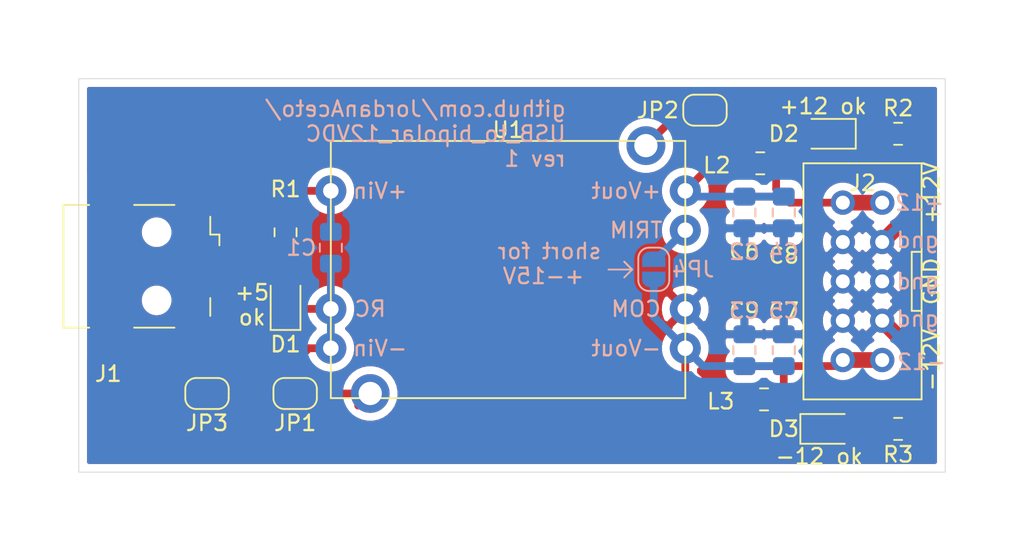
<source format=kicad_pcb>
(kicad_pcb (version 20171130) (host pcbnew 5.1.5-52549c5~84~ubuntu18.04.1)

  (general
    (thickness 1.6)
    (drawings 18)
    (tracks 72)
    (zones 0)
    (modules 24)
    (nets 18)
  )

  (page A)
  (title_block
    (title "USB to +-12 volts")
    (date 2019-05-24)
    (rev 1)
    (comment 2 creativecommons.org/licenses/by/4.0/)
    (comment 3 "License: CC by 4.0")
    (comment 4 "Author: Jordan Aceto")
  )

  (layers
    (0 F.Cu signal)
    (31 B.Cu signal)
    (32 B.Adhes user)
    (33 F.Adhes user hide)
    (34 B.Paste user)
    (35 F.Paste user)
    (36 B.SilkS user)
    (37 F.SilkS user)
    (38 B.Mask user)
    (39 F.Mask user)
    (40 Dwgs.User user)
    (41 Cmts.User user)
    (42 Eco1.User user)
    (43 Eco2.User user)
    (44 Edge.Cuts user)
    (45 Margin user)
    (46 B.CrtYd user)
    (47 F.CrtYd user)
    (48 B.Fab user hide)
    (49 F.Fab user hide)
  )

  (setup
    (last_trace_width 0.5)
    (user_trace_width 0.5)
    (user_trace_width 1.016)
    (trace_clearance 0.2)
    (zone_clearance 0.508)
    (zone_45_only no)
    (trace_min 0.2)
    (via_size 0.8)
    (via_drill 0.4)
    (via_min_size 0.4)
    (via_min_drill 0.3)
    (uvia_size 0.3)
    (uvia_drill 0.1)
    (uvias_allowed no)
    (uvia_min_size 0.2)
    (uvia_min_drill 0.1)
    (edge_width 0.05)
    (segment_width 0.2)
    (pcb_text_width 0.3)
    (pcb_text_size 1.5 1.5)
    (mod_edge_width 0.12)
    (mod_text_size 1 1)
    (mod_text_width 0.15)
    (pad_size 1.524 1.524)
    (pad_drill 0.762)
    (pad_to_mask_clearance 0.051)
    (solder_mask_min_width 0.25)
    (aux_axis_origin 0 0)
    (visible_elements FFFFFF7F)
    (pcbplotparams
      (layerselection 0x010fc_ffffffff)
      (usegerberextensions false)
      (usegerberattributes false)
      (usegerberadvancedattributes false)
      (creategerberjobfile false)
      (excludeedgelayer true)
      (linewidth 0.100000)
      (plotframeref false)
      (viasonmask false)
      (mode 1)
      (useauxorigin false)
      (hpglpennumber 1)
      (hpglpenspeed 20)
      (hpglpendiameter 15.000000)
      (psnegative false)
      (psa4output false)
      (plotreference true)
      (plotvalue true)
      (plotinvisibletext false)
      (padsonsilk false)
      (subtractmaskfromsilk false)
      (outputformat 1)
      (mirror false)
      (drillshape 1)
      (scaleselection 1)
      (outputdirectory ""))
  )

  (net 0 "")
  (net 1 +5V)
  (net 2 GNDD)
  (net 3 "Net-(C2-Pad1)")
  (net 4 GND)
  (net 5 "Net-(C3-Pad2)")
  (net 6 +12V)
  (net 7 -12V)
  (net 8 "Net-(D1-Pad2)")
  (net 9 "Net-(D3-Pad2)")
  (net 10 "Net-(D2-Pad1)")
  (net 11 "Net-(J1-Pad2)")
  (net 12 "Net-(J1-Pad3)")
  (net 13 "Net-(JP1-Pad1)")
  (net 14 "Net-(JP2-Pad2)")
  (net 15 "Net-(JP4-Pad1)")
  (net 16 "Net-(J1-Pad6)")
  (net 17 "Net-(J1-Pad4)")

  (net_class Default "This is the default net class."
    (clearance 0.2)
    (trace_width 0.25)
    (via_dia 0.8)
    (via_drill 0.4)
    (uvia_dia 0.3)
    (uvia_drill 0.1)
    (add_net +12V)
    (add_net +5V)
    (add_net -12V)
    (add_net GND)
    (add_net GNDD)
    (add_net "Net-(C2-Pad1)")
    (add_net "Net-(C3-Pad2)")
    (add_net "Net-(D1-Pad2)")
    (add_net "Net-(D2-Pad1)")
    (add_net "Net-(D3-Pad2)")
    (add_net "Net-(J1-Pad2)")
    (add_net "Net-(J1-Pad3)")
    (add_net "Net-(J1-Pad4)")
    (add_net "Net-(J1-Pad6)")
    (add_net "Net-(JP1-Pad1)")
    (add_net "Net-(JP2-Pad2)")
    (add_net "Net-(JP4-Pad1)")
  )

  (module Capacitor_SMD:C_0805_2012Metric_Pad1.15x1.40mm_HandSolder (layer B.Cu) (tedit 5B36C52B) (tstamp 5CE749A0)
    (at 122.936 97.273 270)
    (descr "Capacitor SMD 0805 (2012 Metric), square (rectangular) end terminal, IPC_7351 nominal with elongated pad for handsoldering. (Body size source: https://docs.google.com/spreadsheets/d/1BsfQQcO9C6DZCsRaXUlFlo91Tg2WpOkGARC1WS5S8t0/edit?usp=sharing), generated with kicad-footprint-generator")
    (tags "capacitor handsolder")
    (path /5CE6E5AE)
    (attr smd)
    (fp_text reference C1 (at 0 1.905 180) (layer B.SilkS)
      (effects (font (size 1 1) (thickness 0.15)) (justify mirror))
    )
    (fp_text value 100nF (at 0 -1.65 270) (layer B.Fab)
      (effects (font (size 1 1) (thickness 0.15)) (justify mirror))
    )
    (fp_line (start -1 -0.6) (end -1 0.6) (layer B.Fab) (width 0.1))
    (fp_line (start -1 0.6) (end 1 0.6) (layer B.Fab) (width 0.1))
    (fp_line (start 1 0.6) (end 1 -0.6) (layer B.Fab) (width 0.1))
    (fp_line (start 1 -0.6) (end -1 -0.6) (layer B.Fab) (width 0.1))
    (fp_line (start -0.261252 0.71) (end 0.261252 0.71) (layer B.SilkS) (width 0.12))
    (fp_line (start -0.261252 -0.71) (end 0.261252 -0.71) (layer B.SilkS) (width 0.12))
    (fp_line (start -1.85 -0.95) (end -1.85 0.95) (layer B.CrtYd) (width 0.05))
    (fp_line (start -1.85 0.95) (end 1.85 0.95) (layer B.CrtYd) (width 0.05))
    (fp_line (start 1.85 0.95) (end 1.85 -0.95) (layer B.CrtYd) (width 0.05))
    (fp_line (start 1.85 -0.95) (end -1.85 -0.95) (layer B.CrtYd) (width 0.05))
    (fp_text user %R (at 0 0 270) (layer B.Fab)
      (effects (font (size 0.5 0.5) (thickness 0.08)) (justify mirror))
    )
    (pad 1 smd roundrect (at -1.025 0 270) (size 1.15 1.4) (layers B.Cu B.Paste B.Mask) (roundrect_rratio 0.217391)
      (net 1 +5V))
    (pad 2 smd roundrect (at 1.025 0 270) (size 1.15 1.4) (layers B.Cu B.Paste B.Mask) (roundrect_rratio 0.217391)
      (net 2 GNDD))
    (model ${KISYS3DMOD}/Capacitor_SMD.3dshapes/C_0805_2012Metric.wrl
      (at (xyz 0 0 0))
      (scale (xyz 1 1 1))
      (rotate (xyz 0 0 0))
    )
  )

  (module Capacitor_SMD:C_0805_2012Metric_Pad1.15x1.40mm_HandSolder (layer B.Cu) (tedit 5B36C52B) (tstamp 5CE749B1)
    (at 149.606 94.996 270)
    (descr "Capacitor SMD 0805 (2012 Metric), square (rectangular) end terminal, IPC_7351 nominal with elongated pad for handsoldering. (Body size source: https://docs.google.com/spreadsheets/d/1BsfQQcO9C6DZCsRaXUlFlo91Tg2WpOkGARC1WS5S8t0/edit?usp=sharing), generated with kicad-footprint-generator")
    (tags "capacitor handsolder")
    (path /5CE6DEF0)
    (attr smd)
    (fp_text reference C2 (at 2.54 0 180) (layer B.SilkS)
      (effects (font (size 1 1) (thickness 0.15)) (justify mirror))
    )
    (fp_text value 1uF (at 0 -1.65 270) (layer B.Fab)
      (effects (font (size 1 1) (thickness 0.15)) (justify mirror))
    )
    (fp_text user %R (at 0 0 270) (layer B.Fab)
      (effects (font (size 0.5 0.5) (thickness 0.08)) (justify mirror))
    )
    (fp_line (start 1.85 -0.95) (end -1.85 -0.95) (layer B.CrtYd) (width 0.05))
    (fp_line (start 1.85 0.95) (end 1.85 -0.95) (layer B.CrtYd) (width 0.05))
    (fp_line (start -1.85 0.95) (end 1.85 0.95) (layer B.CrtYd) (width 0.05))
    (fp_line (start -1.85 -0.95) (end -1.85 0.95) (layer B.CrtYd) (width 0.05))
    (fp_line (start -0.261252 -0.71) (end 0.261252 -0.71) (layer B.SilkS) (width 0.12))
    (fp_line (start -0.261252 0.71) (end 0.261252 0.71) (layer B.SilkS) (width 0.12))
    (fp_line (start 1 -0.6) (end -1 -0.6) (layer B.Fab) (width 0.1))
    (fp_line (start 1 0.6) (end 1 -0.6) (layer B.Fab) (width 0.1))
    (fp_line (start -1 0.6) (end 1 0.6) (layer B.Fab) (width 0.1))
    (fp_line (start -1 -0.6) (end -1 0.6) (layer B.Fab) (width 0.1))
    (pad 2 smd roundrect (at 1.025 0 270) (size 1.15 1.4) (layers B.Cu B.Paste B.Mask) (roundrect_rratio 0.217391)
      (net 4 GND))
    (pad 1 smd roundrect (at -1.025 0 270) (size 1.15 1.4) (layers B.Cu B.Paste B.Mask) (roundrect_rratio 0.217391)
      (net 3 "Net-(C2-Pad1)"))
    (model ${KISYS3DMOD}/Capacitor_SMD.3dshapes/C_0805_2012Metric.wrl
      (at (xyz 0 0 0))
      (scale (xyz 1 1 1))
      (rotate (xyz 0 0 0))
    )
  )

  (module Capacitor_SMD:C_0805_2012Metric_Pad1.15x1.40mm_HandSolder (layer B.Cu) (tedit 5B36C52B) (tstamp 5CE749C2)
    (at 149.606 103.886 270)
    (descr "Capacitor SMD 0805 (2012 Metric), square (rectangular) end terminal, IPC_7351 nominal with elongated pad for handsoldering. (Body size source: https://docs.google.com/spreadsheets/d/1BsfQQcO9C6DZCsRaXUlFlo91Tg2WpOkGARC1WS5S8t0/edit?usp=sharing), generated with kicad-footprint-generator")
    (tags "capacitor handsolder")
    (path /5CE6D818)
    (attr smd)
    (fp_text reference C3 (at -2.54 0 180) (layer B.SilkS)
      (effects (font (size 1 1) (thickness 0.15)) (justify mirror))
    )
    (fp_text value 1uF (at 0 -1.65 270) (layer B.Fab)
      (effects (font (size 1 1) (thickness 0.15)) (justify mirror))
    )
    (fp_text user %R (at 0 0 270) (layer B.Fab)
      (effects (font (size 0.5 0.5) (thickness 0.08)) (justify mirror))
    )
    (fp_line (start 1.85 -0.95) (end -1.85 -0.95) (layer B.CrtYd) (width 0.05))
    (fp_line (start 1.85 0.95) (end 1.85 -0.95) (layer B.CrtYd) (width 0.05))
    (fp_line (start -1.85 0.95) (end 1.85 0.95) (layer B.CrtYd) (width 0.05))
    (fp_line (start -1.85 -0.95) (end -1.85 0.95) (layer B.CrtYd) (width 0.05))
    (fp_line (start -0.261252 -0.71) (end 0.261252 -0.71) (layer B.SilkS) (width 0.12))
    (fp_line (start -0.261252 0.71) (end 0.261252 0.71) (layer B.SilkS) (width 0.12))
    (fp_line (start 1 -0.6) (end -1 -0.6) (layer B.Fab) (width 0.1))
    (fp_line (start 1 0.6) (end 1 -0.6) (layer B.Fab) (width 0.1))
    (fp_line (start -1 0.6) (end 1 0.6) (layer B.Fab) (width 0.1))
    (fp_line (start -1 -0.6) (end -1 0.6) (layer B.Fab) (width 0.1))
    (pad 2 smd roundrect (at 1.025 0 270) (size 1.15 1.4) (layers B.Cu B.Paste B.Mask) (roundrect_rratio 0.217391)
      (net 5 "Net-(C3-Pad2)"))
    (pad 1 smd roundrect (at -1.025 0 270) (size 1.15 1.4) (layers B.Cu B.Paste B.Mask) (roundrect_rratio 0.217391)
      (net 4 GND))
    (model ${KISYS3DMOD}/Capacitor_SMD.3dshapes/C_0805_2012Metric.wrl
      (at (xyz 0 0 0))
      (scale (xyz 1 1 1))
      (rotate (xyz 0 0 0))
    )
  )

  (module Capacitor_SMD:C_0805_2012Metric_Pad1.15x1.40mm_HandSolder (layer B.Cu) (tedit 5B36C52B) (tstamp 5CE749D3)
    (at 152.146 94.996 270)
    (descr "Capacitor SMD 0805 (2012 Metric), square (rectangular) end terminal, IPC_7351 nominal with elongated pad for handsoldering. (Body size source: https://docs.google.com/spreadsheets/d/1BsfQQcO9C6DZCsRaXUlFlo91Tg2WpOkGARC1WS5S8t0/edit?usp=sharing), generated with kicad-footprint-generator")
    (tags "capacitor handsolder")
    (path /5CE7A2AD)
    (attr smd)
    (fp_text reference C4 (at 2.549 0 180) (layer B.SilkS)
      (effects (font (size 1 1) (thickness 0.15)) (justify mirror))
    )
    (fp_text value 100nF (at 0 -1.65 270) (layer B.Fab)
      (effects (font (size 1 1) (thickness 0.15)) (justify mirror))
    )
    (fp_line (start -1 -0.6) (end -1 0.6) (layer B.Fab) (width 0.1))
    (fp_line (start -1 0.6) (end 1 0.6) (layer B.Fab) (width 0.1))
    (fp_line (start 1 0.6) (end 1 -0.6) (layer B.Fab) (width 0.1))
    (fp_line (start 1 -0.6) (end -1 -0.6) (layer B.Fab) (width 0.1))
    (fp_line (start -0.261252 0.71) (end 0.261252 0.71) (layer B.SilkS) (width 0.12))
    (fp_line (start -0.261252 -0.71) (end 0.261252 -0.71) (layer B.SilkS) (width 0.12))
    (fp_line (start -1.85 -0.95) (end -1.85 0.95) (layer B.CrtYd) (width 0.05))
    (fp_line (start -1.85 0.95) (end 1.85 0.95) (layer B.CrtYd) (width 0.05))
    (fp_line (start 1.85 0.95) (end 1.85 -0.95) (layer B.CrtYd) (width 0.05))
    (fp_line (start 1.85 -0.95) (end -1.85 -0.95) (layer B.CrtYd) (width 0.05))
    (fp_text user %R (at 0 0 270) (layer B.Fab)
      (effects (font (size 0.5 0.5) (thickness 0.08)) (justify mirror))
    )
    (pad 1 smd roundrect (at -1.025 0 270) (size 1.15 1.4) (layers B.Cu B.Paste B.Mask) (roundrect_rratio 0.217391)
      (net 3 "Net-(C2-Pad1)"))
    (pad 2 smd roundrect (at 1.025 0 270) (size 1.15 1.4) (layers B.Cu B.Paste B.Mask) (roundrect_rratio 0.217391)
      (net 4 GND))
    (model ${KISYS3DMOD}/Capacitor_SMD.3dshapes/C_0805_2012Metric.wrl
      (at (xyz 0 0 0))
      (scale (xyz 1 1 1))
      (rotate (xyz 0 0 0))
    )
  )

  (module Capacitor_SMD:C_0805_2012Metric_Pad1.15x1.40mm_HandSolder (layer B.Cu) (tedit 5B36C52B) (tstamp 5CE75CE2)
    (at 152.146 103.886 270)
    (descr "Capacitor SMD 0805 (2012 Metric), square (rectangular) end terminal, IPC_7351 nominal with elongated pad for handsoldering. (Body size source: https://docs.google.com/spreadsheets/d/1BsfQQcO9C6DZCsRaXUlFlo91Tg2WpOkGARC1WS5S8t0/edit?usp=sharing), generated with kicad-footprint-generator")
    (tags "capacitor handsolder")
    (path /5CE7A2A3)
    (attr smd)
    (fp_text reference C5 (at -2.54 0 180) (layer B.SilkS)
      (effects (font (size 1 1) (thickness 0.15)) (justify mirror))
    )
    (fp_text value 100nF (at 0 -1.65 270) (layer B.Fab)
      (effects (font (size 1 1) (thickness 0.15)) (justify mirror))
    )
    (fp_text user %R (at 0 0 270) (layer B.Fab)
      (effects (font (size 0.5 0.5) (thickness 0.08)) (justify mirror))
    )
    (fp_line (start 1.85 -0.95) (end -1.85 -0.95) (layer B.CrtYd) (width 0.05))
    (fp_line (start 1.85 0.95) (end 1.85 -0.95) (layer B.CrtYd) (width 0.05))
    (fp_line (start -1.85 0.95) (end 1.85 0.95) (layer B.CrtYd) (width 0.05))
    (fp_line (start -1.85 -0.95) (end -1.85 0.95) (layer B.CrtYd) (width 0.05))
    (fp_line (start -0.261252 -0.71) (end 0.261252 -0.71) (layer B.SilkS) (width 0.12))
    (fp_line (start -0.261252 0.71) (end 0.261252 0.71) (layer B.SilkS) (width 0.12))
    (fp_line (start 1 -0.6) (end -1 -0.6) (layer B.Fab) (width 0.1))
    (fp_line (start 1 0.6) (end 1 -0.6) (layer B.Fab) (width 0.1))
    (fp_line (start -1 0.6) (end 1 0.6) (layer B.Fab) (width 0.1))
    (fp_line (start -1 -0.6) (end -1 0.6) (layer B.Fab) (width 0.1))
    (pad 2 smd roundrect (at 1.025 0 270) (size 1.15 1.4) (layers B.Cu B.Paste B.Mask) (roundrect_rratio 0.217391)
      (net 5 "Net-(C3-Pad2)"))
    (pad 1 smd roundrect (at -1.025 0 270) (size 1.15 1.4) (layers B.Cu B.Paste B.Mask) (roundrect_rratio 0.217391)
      (net 4 GND))
    (model ${KISYS3DMOD}/Capacitor_SMD.3dshapes/C_0805_2012Metric.wrl
      (at (xyz 0 0 0))
      (scale (xyz 1 1 1))
      (rotate (xyz 0 0 0))
    )
  )

  (module Capacitor_SMD:C_0805_2012Metric_Pad1.15x1.40mm_HandSolder (layer F.Cu) (tedit 5B36C52B) (tstamp 5CE749F5)
    (at 149.606 94.996 270)
    (descr "Capacitor SMD 0805 (2012 Metric), square (rectangular) end terminal, IPC_7351 nominal with elongated pad for handsoldering. (Body size source: https://docs.google.com/spreadsheets/d/1BsfQQcO9C6DZCsRaXUlFlo91Tg2WpOkGARC1WS5S8t0/edit?usp=sharing), generated with kicad-footprint-generator")
    (tags "capacitor handsolder")
    (path /5CE912D5)
    (attr smd)
    (fp_text reference C6 (at 2.54 0 180) (layer F.SilkS)
      (effects (font (size 1 1) (thickness 0.15)))
    )
    (fp_text value 1uF (at 0 1.65 90) (layer F.Fab)
      (effects (font (size 1 1) (thickness 0.15)))
    )
    (fp_text user %R (at 0 0 90) (layer F.Fab)
      (effects (font (size 0.5 0.5) (thickness 0.08)))
    )
    (fp_line (start 1.85 0.95) (end -1.85 0.95) (layer F.CrtYd) (width 0.05))
    (fp_line (start 1.85 -0.95) (end 1.85 0.95) (layer F.CrtYd) (width 0.05))
    (fp_line (start -1.85 -0.95) (end 1.85 -0.95) (layer F.CrtYd) (width 0.05))
    (fp_line (start -1.85 0.95) (end -1.85 -0.95) (layer F.CrtYd) (width 0.05))
    (fp_line (start -0.261252 0.71) (end 0.261252 0.71) (layer F.SilkS) (width 0.12))
    (fp_line (start -0.261252 -0.71) (end 0.261252 -0.71) (layer F.SilkS) (width 0.12))
    (fp_line (start 1 0.6) (end -1 0.6) (layer F.Fab) (width 0.1))
    (fp_line (start 1 -0.6) (end 1 0.6) (layer F.Fab) (width 0.1))
    (fp_line (start -1 -0.6) (end 1 -0.6) (layer F.Fab) (width 0.1))
    (fp_line (start -1 0.6) (end -1 -0.6) (layer F.Fab) (width 0.1))
    (pad 2 smd roundrect (at 1.025 0 270) (size 1.15 1.4) (layers F.Cu F.Paste F.Mask) (roundrect_rratio 0.217391)
      (net 4 GND))
    (pad 1 smd roundrect (at -1.025 0 270) (size 1.15 1.4) (layers F.Cu F.Paste F.Mask) (roundrect_rratio 0.217391)
      (net 6 +12V))
    (model ${KISYS3DMOD}/Capacitor_SMD.3dshapes/C_0805_2012Metric.wrl
      (at (xyz 0 0 0))
      (scale (xyz 1 1 1))
      (rotate (xyz 0 0 0))
    )
  )

  (module Capacitor_SMD:C_0805_2012Metric_Pad1.15x1.40mm_HandSolder (layer F.Cu) (tedit 5B36C52B) (tstamp 5CE74A06)
    (at 152.146 103.886 270)
    (descr "Capacitor SMD 0805 (2012 Metric), square (rectangular) end terminal, IPC_7351 nominal with elongated pad for handsoldering. (Body size source: https://docs.google.com/spreadsheets/d/1BsfQQcO9C6DZCsRaXUlFlo91Tg2WpOkGARC1WS5S8t0/edit?usp=sharing), generated with kicad-footprint-generator")
    (tags "capacitor handsolder")
    (path /5CE92981)
    (attr smd)
    (fp_text reference C7 (at -2.54 0 180) (layer F.SilkS)
      (effects (font (size 1 1) (thickness 0.15)))
    )
    (fp_text value 1uF (at 0 1.65 90) (layer F.Fab)
      (effects (font (size 1 1) (thickness 0.15)))
    )
    (fp_line (start -1 0.6) (end -1 -0.6) (layer F.Fab) (width 0.1))
    (fp_line (start -1 -0.6) (end 1 -0.6) (layer F.Fab) (width 0.1))
    (fp_line (start 1 -0.6) (end 1 0.6) (layer F.Fab) (width 0.1))
    (fp_line (start 1 0.6) (end -1 0.6) (layer F.Fab) (width 0.1))
    (fp_line (start -0.261252 -0.71) (end 0.261252 -0.71) (layer F.SilkS) (width 0.12))
    (fp_line (start -0.261252 0.71) (end 0.261252 0.71) (layer F.SilkS) (width 0.12))
    (fp_line (start -1.85 0.95) (end -1.85 -0.95) (layer F.CrtYd) (width 0.05))
    (fp_line (start -1.85 -0.95) (end 1.85 -0.95) (layer F.CrtYd) (width 0.05))
    (fp_line (start 1.85 -0.95) (end 1.85 0.95) (layer F.CrtYd) (width 0.05))
    (fp_line (start 1.85 0.95) (end -1.85 0.95) (layer F.CrtYd) (width 0.05))
    (fp_text user %R (at 0 0 90) (layer F.Fab)
      (effects (font (size 0.5 0.5) (thickness 0.08)))
    )
    (pad 1 smd roundrect (at -1.025 0 270) (size 1.15 1.4) (layers F.Cu F.Paste F.Mask) (roundrect_rratio 0.217391)
      (net 4 GND))
    (pad 2 smd roundrect (at 1.025 0 270) (size 1.15 1.4) (layers F.Cu F.Paste F.Mask) (roundrect_rratio 0.217391)
      (net 7 -12V))
    (model ${KISYS3DMOD}/Capacitor_SMD.3dshapes/C_0805_2012Metric.wrl
      (at (xyz 0 0 0))
      (scale (xyz 1 1 1))
      (rotate (xyz 0 0 0))
    )
  )

  (module Capacitor_SMD:C_0805_2012Metric_Pad1.15x1.40mm_HandSolder (layer F.Cu) (tedit 5B36C52B) (tstamp 5CE7537E)
    (at 152.146 94.996 270)
    (descr "Capacitor SMD 0805 (2012 Metric), square (rectangular) end terminal, IPC_7351 nominal with elongated pad for handsoldering. (Body size source: https://docs.google.com/spreadsheets/d/1BsfQQcO9C6DZCsRaXUlFlo91Tg2WpOkGARC1WS5S8t0/edit?usp=sharing), generated with kicad-footprint-generator")
    (tags "capacitor handsolder")
    (path /5CE6DEFA)
    (attr smd)
    (fp_text reference C8 (at 2.785 0 180) (layer F.SilkS)
      (effects (font (size 1 1) (thickness 0.15)))
    )
    (fp_text value 100nF (at 0 1.65 90) (layer F.Fab)
      (effects (font (size 1 1) (thickness 0.15)))
    )
    (fp_line (start -1 0.6) (end -1 -0.6) (layer F.Fab) (width 0.1))
    (fp_line (start -1 -0.6) (end 1 -0.6) (layer F.Fab) (width 0.1))
    (fp_line (start 1 -0.6) (end 1 0.6) (layer F.Fab) (width 0.1))
    (fp_line (start 1 0.6) (end -1 0.6) (layer F.Fab) (width 0.1))
    (fp_line (start -0.261252 -0.71) (end 0.261252 -0.71) (layer F.SilkS) (width 0.12))
    (fp_line (start -0.261252 0.71) (end 0.261252 0.71) (layer F.SilkS) (width 0.12))
    (fp_line (start -1.85 0.95) (end -1.85 -0.95) (layer F.CrtYd) (width 0.05))
    (fp_line (start -1.85 -0.95) (end 1.85 -0.95) (layer F.CrtYd) (width 0.05))
    (fp_line (start 1.85 -0.95) (end 1.85 0.95) (layer F.CrtYd) (width 0.05))
    (fp_line (start 1.85 0.95) (end -1.85 0.95) (layer F.CrtYd) (width 0.05))
    (fp_text user %R (at 0 0 90) (layer F.Fab)
      (effects (font (size 0.5 0.5) (thickness 0.08)))
    )
    (pad 1 smd roundrect (at -1.025 0 270) (size 1.15 1.4) (layers F.Cu F.Paste F.Mask) (roundrect_rratio 0.217391)
      (net 6 +12V))
    (pad 2 smd roundrect (at 1.025 0 270) (size 1.15 1.4) (layers F.Cu F.Paste F.Mask) (roundrect_rratio 0.217391)
      (net 4 GND))
    (model ${KISYS3DMOD}/Capacitor_SMD.3dshapes/C_0805_2012Metric.wrl
      (at (xyz 0 0 0))
      (scale (xyz 1 1 1))
      (rotate (xyz 0 0 0))
    )
  )

  (module Capacitor_SMD:C_0805_2012Metric_Pad1.15x1.40mm_HandSolder (layer F.Cu) (tedit 5B36C52B) (tstamp 5CE74A28)
    (at 149.606 103.886 270)
    (descr "Capacitor SMD 0805 (2012 Metric), square (rectangular) end terminal, IPC_7351 nominal with elongated pad for handsoldering. (Body size source: https://docs.google.com/spreadsheets/d/1BsfQQcO9C6DZCsRaXUlFlo91Tg2WpOkGARC1WS5S8t0/edit?usp=sharing), generated with kicad-footprint-generator")
    (tags "capacitor handsolder")
    (path /5CE6DAD2)
    (attr smd)
    (fp_text reference C9 (at -2.54 0 180) (layer F.SilkS)
      (effects (font (size 1 1) (thickness 0.15)))
    )
    (fp_text value 100nF (at 0 1.65 90) (layer F.Fab)
      (effects (font (size 1 1) (thickness 0.15)))
    )
    (fp_line (start -1 0.6) (end -1 -0.6) (layer F.Fab) (width 0.1))
    (fp_line (start -1 -0.6) (end 1 -0.6) (layer F.Fab) (width 0.1))
    (fp_line (start 1 -0.6) (end 1 0.6) (layer F.Fab) (width 0.1))
    (fp_line (start 1 0.6) (end -1 0.6) (layer F.Fab) (width 0.1))
    (fp_line (start -0.261252 -0.71) (end 0.261252 -0.71) (layer F.SilkS) (width 0.12))
    (fp_line (start -0.261252 0.71) (end 0.261252 0.71) (layer F.SilkS) (width 0.12))
    (fp_line (start -1.85 0.95) (end -1.85 -0.95) (layer F.CrtYd) (width 0.05))
    (fp_line (start -1.85 -0.95) (end 1.85 -0.95) (layer F.CrtYd) (width 0.05))
    (fp_line (start 1.85 -0.95) (end 1.85 0.95) (layer F.CrtYd) (width 0.05))
    (fp_line (start 1.85 0.95) (end -1.85 0.95) (layer F.CrtYd) (width 0.05))
    (fp_text user %R (at 0 0 90) (layer F.Fab)
      (effects (font (size 0.5 0.5) (thickness 0.08)))
    )
    (pad 1 smd roundrect (at -1.025 0 270) (size 1.15 1.4) (layers F.Cu F.Paste F.Mask) (roundrect_rratio 0.217391)
      (net 4 GND))
    (pad 2 smd roundrect (at 1.025 0 270) (size 1.15 1.4) (layers F.Cu F.Paste F.Mask) (roundrect_rratio 0.217391)
      (net 7 -12V))
    (model ${KISYS3DMOD}/Capacitor_SMD.3dshapes/C_0805_2012Metric.wrl
      (at (xyz 0 0 0))
      (scale (xyz 1 1 1))
      (rotate (xyz 0 0 0))
    )
  )

  (module LED_SMD:LED_0805_2012Metric_Pad1.15x1.40mm_HandSolder (layer F.Cu) (tedit 5B4B45C9) (tstamp 5CE769C0)
    (at 120.015 100.72 90)
    (descr "LED SMD 0805 (2012 Metric), square (rectangular) end terminal, IPC_7351 nominal, (Body size source: https://docs.google.com/spreadsheets/d/1BsfQQcO9C6DZCsRaXUlFlo91Tg2WpOkGARC1WS5S8t0/edit?usp=sharing), generated with kicad-footprint-generator")
    (tags "LED handsolder")
    (path /5CECC795)
    (attr smd)
    (fp_text reference D1 (at -2.785 0 180) (layer F.SilkS)
      (effects (font (size 1 1) (thickness 0.15)))
    )
    (fp_text value 5V_OK (at 0 1.65 90) (layer F.Fab)
      (effects (font (size 1 1) (thickness 0.15)))
    )
    (fp_line (start 1 -0.6) (end -0.7 -0.6) (layer F.Fab) (width 0.1))
    (fp_line (start -0.7 -0.6) (end -1 -0.3) (layer F.Fab) (width 0.1))
    (fp_line (start -1 -0.3) (end -1 0.6) (layer F.Fab) (width 0.1))
    (fp_line (start -1 0.6) (end 1 0.6) (layer F.Fab) (width 0.1))
    (fp_line (start 1 0.6) (end 1 -0.6) (layer F.Fab) (width 0.1))
    (fp_line (start 1 -0.96) (end -1.86 -0.96) (layer F.SilkS) (width 0.12))
    (fp_line (start -1.86 -0.96) (end -1.86 0.96) (layer F.SilkS) (width 0.12))
    (fp_line (start -1.86 0.96) (end 1 0.96) (layer F.SilkS) (width 0.12))
    (fp_line (start -1.85 0.95) (end -1.85 -0.95) (layer F.CrtYd) (width 0.05))
    (fp_line (start -1.85 -0.95) (end 1.85 -0.95) (layer F.CrtYd) (width 0.05))
    (fp_line (start 1.85 -0.95) (end 1.85 0.95) (layer F.CrtYd) (width 0.05))
    (fp_line (start 1.85 0.95) (end -1.85 0.95) (layer F.CrtYd) (width 0.05))
    (fp_text user %R (at 0 0 90) (layer F.Fab)
      (effects (font (size 0.5 0.5) (thickness 0.08)))
    )
    (pad 1 smd roundrect (at -1.025 0 90) (size 1.15 1.4) (layers F.Cu F.Paste F.Mask) (roundrect_rratio 0.217391)
      (net 2 GNDD))
    (pad 2 smd roundrect (at 1.025 0 90) (size 1.15 1.4) (layers F.Cu F.Paste F.Mask) (roundrect_rratio 0.217391)
      (net 8 "Net-(D1-Pad2)"))
    (model ${KISYS3DMOD}/LED_SMD.3dshapes/LED_0805_2012Metric.wrl
      (at (xyz 0 0 0))
      (scale (xyz 1 1 1))
      (rotate (xyz 0 0 0))
    )
  )

  (module LED_SMD:LED_0805_2012Metric_Pad1.15x1.40mm_HandSolder (layer F.Cu) (tedit 5B4B45C9) (tstamp 5CE7630B)
    (at 154.931 89.916 180)
    (descr "LED SMD 0805 (2012 Metric), square (rectangular) end terminal, IPC_7351 nominal, (Body size source: https://docs.google.com/spreadsheets/d/1BsfQQcO9C6DZCsRaXUlFlo91Tg2WpOkGARC1WS5S8t0/edit?usp=sharing), generated with kicad-footprint-generator")
    (tags "LED handsolder")
    (path /5CED75EF)
    (attr smd)
    (fp_text reference D2 (at 2.785 0) (layer F.SilkS)
      (effects (font (size 1 1) (thickness 0.15)))
    )
    (fp_text value +12V_OK (at 0 1.65) (layer F.Fab)
      (effects (font (size 1 1) (thickness 0.15)))
    )
    (fp_line (start 1 -0.6) (end -0.7 -0.6) (layer F.Fab) (width 0.1))
    (fp_line (start -0.7 -0.6) (end -1 -0.3) (layer F.Fab) (width 0.1))
    (fp_line (start -1 -0.3) (end -1 0.6) (layer F.Fab) (width 0.1))
    (fp_line (start -1 0.6) (end 1 0.6) (layer F.Fab) (width 0.1))
    (fp_line (start 1 0.6) (end 1 -0.6) (layer F.Fab) (width 0.1))
    (fp_line (start 1 -0.96) (end -1.86 -0.96) (layer F.SilkS) (width 0.12))
    (fp_line (start -1.86 -0.96) (end -1.86 0.96) (layer F.SilkS) (width 0.12))
    (fp_line (start -1.86 0.96) (end 1 0.96) (layer F.SilkS) (width 0.12))
    (fp_line (start -1.85 0.95) (end -1.85 -0.95) (layer F.CrtYd) (width 0.05))
    (fp_line (start -1.85 -0.95) (end 1.85 -0.95) (layer F.CrtYd) (width 0.05))
    (fp_line (start 1.85 -0.95) (end 1.85 0.95) (layer F.CrtYd) (width 0.05))
    (fp_line (start 1.85 0.95) (end -1.85 0.95) (layer F.CrtYd) (width 0.05))
    (fp_text user %R (at 0 0) (layer F.Fab)
      (effects (font (size 0.5 0.5) (thickness 0.08)))
    )
    (pad 1 smd roundrect (at -1.025 0 180) (size 1.15 1.4) (layers F.Cu F.Paste F.Mask) (roundrect_rratio 0.217391)
      (net 10 "Net-(D2-Pad1)"))
    (pad 2 smd roundrect (at 1.025 0 180) (size 1.15 1.4) (layers F.Cu F.Paste F.Mask) (roundrect_rratio 0.217391)
      (net 6 +12V))
    (model ${KISYS3DMOD}/LED_SMD.3dshapes/LED_0805_2012Metric.wrl
      (at (xyz 0 0 0))
      (scale (xyz 1 1 1))
      (rotate (xyz 0 0 0))
    )
  )

  (module LED_SMD:LED_0805_2012Metric_Pad1.15x1.40mm_HandSolder (layer F.Cu) (tedit 5B4B45C9) (tstamp 5CE7E323)
    (at 155.076 108.966)
    (descr "LED SMD 0805 (2012 Metric), square (rectangular) end terminal, IPC_7351 nominal, (Body size source: https://docs.google.com/spreadsheets/d/1BsfQQcO9C6DZCsRaXUlFlo91Tg2WpOkGARC1WS5S8t0/edit?usp=sharing), generated with kicad-footprint-generator")
    (tags "LED handsolder")
    (path /5CEDB872)
    (attr smd)
    (fp_text reference D3 (at -2.93 0) (layer F.SilkS)
      (effects (font (size 1 1) (thickness 0.15)))
    )
    (fp_text value -12V_OK (at -0.644 1.65) (layer F.Fab)
      (effects (font (size 1 1) (thickness 0.15)))
    )
    (fp_text user %R (at 0 0) (layer F.Fab)
      (effects (font (size 0.5 0.5) (thickness 0.08)))
    )
    (fp_line (start 1.85 0.95) (end -1.85 0.95) (layer F.CrtYd) (width 0.05))
    (fp_line (start 1.85 -0.95) (end 1.85 0.95) (layer F.CrtYd) (width 0.05))
    (fp_line (start -1.85 -0.95) (end 1.85 -0.95) (layer F.CrtYd) (width 0.05))
    (fp_line (start -1.85 0.95) (end -1.85 -0.95) (layer F.CrtYd) (width 0.05))
    (fp_line (start -1.86 0.96) (end 1 0.96) (layer F.SilkS) (width 0.12))
    (fp_line (start -1.86 -0.96) (end -1.86 0.96) (layer F.SilkS) (width 0.12))
    (fp_line (start 1 -0.96) (end -1.86 -0.96) (layer F.SilkS) (width 0.12))
    (fp_line (start 1 0.6) (end 1 -0.6) (layer F.Fab) (width 0.1))
    (fp_line (start -1 0.6) (end 1 0.6) (layer F.Fab) (width 0.1))
    (fp_line (start -1 -0.3) (end -1 0.6) (layer F.Fab) (width 0.1))
    (fp_line (start -0.7 -0.6) (end -1 -0.3) (layer F.Fab) (width 0.1))
    (fp_line (start 1 -0.6) (end -0.7 -0.6) (layer F.Fab) (width 0.1))
    (pad 2 smd roundrect (at 1.025 0) (size 1.15 1.4) (layers F.Cu F.Paste F.Mask) (roundrect_rratio 0.217391)
      (net 9 "Net-(D3-Pad2)"))
    (pad 1 smd roundrect (at -1.025 0) (size 1.15 1.4) (layers F.Cu F.Paste F.Mask) (roundrect_rratio 0.217391)
      (net 7 -12V))
    (model ${KISYS3DMOD}/LED_SMD.3dshapes/LED_0805_2012Metric.wrl
      (at (xyz 0 0 0))
      (scale (xyz 1 1 1))
      (rotate (xyz 0 0 0))
    )
  )

  (module Inductor_SMD:L_0805_2012Metric_Pad1.15x1.40mm_HandSolder (layer F.Cu) (tedit 5B36C52B) (tstamp 5CE74AB3)
    (at 150.631 91.821)
    (descr "Capacitor SMD 0805 (2012 Metric), square (rectangular) end terminal, IPC_7351 nominal with elongated pad for handsoldering. (Body size source: https://docs.google.com/spreadsheets/d/1BsfQQcO9C6DZCsRaXUlFlo91Tg2WpOkGARC1WS5S8t0/edit?usp=sharing), generated with kicad-footprint-generator")
    (tags "inductor handsolder")
    (path /5CE70105)
    (attr smd)
    (fp_text reference L2 (at -2.803 0.127) (layer F.SilkS)
      (effects (font (size 1 1) (thickness 0.15)))
    )
    (fp_text value 100uH (at 0 1.65) (layer F.Fab)
      (effects (font (size 1 1) (thickness 0.15)))
    )
    (fp_text user %R (at 0 0) (layer F.Fab)
      (effects (font (size 0.5 0.5) (thickness 0.08)))
    )
    (fp_line (start 1.85 0.95) (end -1.85 0.95) (layer F.CrtYd) (width 0.05))
    (fp_line (start 1.85 -0.95) (end 1.85 0.95) (layer F.CrtYd) (width 0.05))
    (fp_line (start -1.85 -0.95) (end 1.85 -0.95) (layer F.CrtYd) (width 0.05))
    (fp_line (start -1.85 0.95) (end -1.85 -0.95) (layer F.CrtYd) (width 0.05))
    (fp_line (start -0.261252 0.71) (end 0.261252 0.71) (layer F.SilkS) (width 0.12))
    (fp_line (start -0.261252 -0.71) (end 0.261252 -0.71) (layer F.SilkS) (width 0.12))
    (fp_line (start 1 0.6) (end -1 0.6) (layer F.Fab) (width 0.1))
    (fp_line (start 1 -0.6) (end 1 0.6) (layer F.Fab) (width 0.1))
    (fp_line (start -1 -0.6) (end 1 -0.6) (layer F.Fab) (width 0.1))
    (fp_line (start -1 0.6) (end -1 -0.6) (layer F.Fab) (width 0.1))
    (pad 2 smd roundrect (at 1.025 0) (size 1.15 1.4) (layers F.Cu F.Paste F.Mask) (roundrect_rratio 0.217391)
      (net 6 +12V))
    (pad 1 smd roundrect (at -1.025 0) (size 1.15 1.4) (layers F.Cu F.Paste F.Mask) (roundrect_rratio 0.217391)
      (net 3 "Net-(C2-Pad1)"))
    (model ${KISYS3DMOD}/Inductor_SMD.3dshapes/L_0805_2012Metric.wrl
      (at (xyz 0 0 0))
      (scale (xyz 1 1 1))
      (rotate (xyz 0 0 0))
    )
  )

  (module Inductor_SMD:L_0805_2012Metric_Pad1.15x1.40mm_HandSolder (layer F.Cu) (tedit 5B36C52B) (tstamp 5CE74AC4)
    (at 150.876 107.061 180)
    (descr "Capacitor SMD 0805 (2012 Metric), square (rectangular) end terminal, IPC_7351 nominal with elongated pad for handsoldering. (Body size source: https://docs.google.com/spreadsheets/d/1BsfQQcO9C6DZCsRaXUlFlo91Tg2WpOkGARC1WS5S8t0/edit?usp=sharing), generated with kicad-footprint-generator")
    (tags "inductor handsolder")
    (path /5CE7063B)
    (attr smd)
    (fp_text reference L3 (at 2.794 -0.127) (layer F.SilkS)
      (effects (font (size 1 1) (thickness 0.15)))
    )
    (fp_text value 100uH (at 0 1.65) (layer F.Fab)
      (effects (font (size 1 1) (thickness 0.15)))
    )
    (fp_line (start -1 0.6) (end -1 -0.6) (layer F.Fab) (width 0.1))
    (fp_line (start -1 -0.6) (end 1 -0.6) (layer F.Fab) (width 0.1))
    (fp_line (start 1 -0.6) (end 1 0.6) (layer F.Fab) (width 0.1))
    (fp_line (start 1 0.6) (end -1 0.6) (layer F.Fab) (width 0.1))
    (fp_line (start -0.261252 -0.71) (end 0.261252 -0.71) (layer F.SilkS) (width 0.12))
    (fp_line (start -0.261252 0.71) (end 0.261252 0.71) (layer F.SilkS) (width 0.12))
    (fp_line (start -1.85 0.95) (end -1.85 -0.95) (layer F.CrtYd) (width 0.05))
    (fp_line (start -1.85 -0.95) (end 1.85 -0.95) (layer F.CrtYd) (width 0.05))
    (fp_line (start 1.85 -0.95) (end 1.85 0.95) (layer F.CrtYd) (width 0.05))
    (fp_line (start 1.85 0.95) (end -1.85 0.95) (layer F.CrtYd) (width 0.05))
    (fp_text user %R (at 0 0) (layer F.Fab)
      (effects (font (size 0.5 0.5) (thickness 0.08)))
    )
    (pad 1 smd roundrect (at -1.025 0 180) (size 1.15 1.4) (layers F.Cu F.Paste F.Mask) (roundrect_rratio 0.217391)
      (net 7 -12V))
    (pad 2 smd roundrect (at 1.025 0 180) (size 1.15 1.4) (layers F.Cu F.Paste F.Mask) (roundrect_rratio 0.217391)
      (net 5 "Net-(C3-Pad2)"))
    (model ${KISYS3DMOD}/Inductor_SMD.3dshapes/L_0805_2012Metric.wrl
      (at (xyz 0 0 0))
      (scale (xyz 1 1 1))
      (rotate (xyz 0 0 0))
    )
  )

  (module Resistor_SMD:R_0805_2012Metric_Pad1.15x1.40mm_HandSolder (layer F.Cu) (tedit 5B36C52B) (tstamp 5CE7698E)
    (at 120.015 96.275 270)
    (descr "Resistor SMD 0805 (2012 Metric), square (rectangular) end terminal, IPC_7351 nominal with elongated pad for handsoldering. (Body size source: https://docs.google.com/spreadsheets/d/1BsfQQcO9C6DZCsRaXUlFlo91Tg2WpOkGARC1WS5S8t0/edit?usp=sharing), generated with kicad-footprint-generator")
    (tags "resistor handsolder")
    (path /5CECC78B)
    (attr smd)
    (fp_text reference R1 (at -2.785 0 180) (layer F.SilkS)
      (effects (font (size 1 1) (thickness 0.15)))
    )
    (fp_text value 2k2 (at 0 1.65 90) (layer F.Fab)
      (effects (font (size 1 1) (thickness 0.15)))
    )
    (fp_line (start -1 0.6) (end -1 -0.6) (layer F.Fab) (width 0.1))
    (fp_line (start -1 -0.6) (end 1 -0.6) (layer F.Fab) (width 0.1))
    (fp_line (start 1 -0.6) (end 1 0.6) (layer F.Fab) (width 0.1))
    (fp_line (start 1 0.6) (end -1 0.6) (layer F.Fab) (width 0.1))
    (fp_line (start -0.261252 -0.71) (end 0.261252 -0.71) (layer F.SilkS) (width 0.12))
    (fp_line (start -0.261252 0.71) (end 0.261252 0.71) (layer F.SilkS) (width 0.12))
    (fp_line (start -1.85 0.95) (end -1.85 -0.95) (layer F.CrtYd) (width 0.05))
    (fp_line (start -1.85 -0.95) (end 1.85 -0.95) (layer F.CrtYd) (width 0.05))
    (fp_line (start 1.85 -0.95) (end 1.85 0.95) (layer F.CrtYd) (width 0.05))
    (fp_line (start 1.85 0.95) (end -1.85 0.95) (layer F.CrtYd) (width 0.05))
    (fp_text user %R (at 0 0 90) (layer F.Fab)
      (effects (font (size 0.5 0.5) (thickness 0.08)))
    )
    (pad 1 smd roundrect (at -1.025 0 270) (size 1.15 1.4) (layers F.Cu F.Paste F.Mask) (roundrect_rratio 0.217391)
      (net 1 +5V))
    (pad 2 smd roundrect (at 1.025 0 270) (size 1.15 1.4) (layers F.Cu F.Paste F.Mask) (roundrect_rratio 0.217391)
      (net 8 "Net-(D1-Pad2)"))
    (model ${KISYS3DMOD}/Resistor_SMD.3dshapes/R_0805_2012Metric.wrl
      (at (xyz 0 0 0))
      (scale (xyz 1 1 1))
      (rotate (xyz 0 0 0))
    )
  )

  (module Resistor_SMD:R_0805_2012Metric_Pad1.15x1.40mm_HandSolder (layer F.Cu) (tedit 5B36C52B) (tstamp 5CE74AE6)
    (at 159.521 89.916)
    (descr "Resistor SMD 0805 (2012 Metric), square (rectangular) end terminal, IPC_7351 nominal with elongated pad for handsoldering. (Body size source: https://docs.google.com/spreadsheets/d/1BsfQQcO9C6DZCsRaXUlFlo91Tg2WpOkGARC1WS5S8t0/edit?usp=sharing), generated with kicad-footprint-generator")
    (tags "resistor handsolder")
    (path /5CED75E5)
    (attr smd)
    (fp_text reference R2 (at 0 -1.65) (layer F.SilkS)
      (effects (font (size 1 1) (thickness 0.15)))
    )
    (fp_text value 7k5 (at 0 1.65) (layer F.Fab)
      (effects (font (size 1 1) (thickness 0.15)))
    )
    (fp_line (start -1 0.6) (end -1 -0.6) (layer F.Fab) (width 0.1))
    (fp_line (start -1 -0.6) (end 1 -0.6) (layer F.Fab) (width 0.1))
    (fp_line (start 1 -0.6) (end 1 0.6) (layer F.Fab) (width 0.1))
    (fp_line (start 1 0.6) (end -1 0.6) (layer F.Fab) (width 0.1))
    (fp_line (start -0.261252 -0.71) (end 0.261252 -0.71) (layer F.SilkS) (width 0.12))
    (fp_line (start -0.261252 0.71) (end 0.261252 0.71) (layer F.SilkS) (width 0.12))
    (fp_line (start -1.85 0.95) (end -1.85 -0.95) (layer F.CrtYd) (width 0.05))
    (fp_line (start -1.85 -0.95) (end 1.85 -0.95) (layer F.CrtYd) (width 0.05))
    (fp_line (start 1.85 -0.95) (end 1.85 0.95) (layer F.CrtYd) (width 0.05))
    (fp_line (start 1.85 0.95) (end -1.85 0.95) (layer F.CrtYd) (width 0.05))
    (fp_text user %R (at 0 0) (layer F.Fab)
      (effects (font (size 0.5 0.5) (thickness 0.08)))
    )
    (pad 1 smd roundrect (at -1.025 0) (size 1.15 1.4) (layers F.Cu F.Paste F.Mask) (roundrect_rratio 0.217391)
      (net 10 "Net-(D2-Pad1)"))
    (pad 2 smd roundrect (at 1.025 0) (size 1.15 1.4) (layers F.Cu F.Paste F.Mask) (roundrect_rratio 0.217391)
      (net 4 GND))
    (model ${KISYS3DMOD}/Resistor_SMD.3dshapes/R_0805_2012Metric.wrl
      (at (xyz 0 0 0))
      (scale (xyz 1 1 1))
      (rotate (xyz 0 0 0))
    )
  )

  (module Resistor_SMD:R_0805_2012Metric_Pad1.15x1.40mm_HandSolder (layer F.Cu) (tedit 5B36C52B) (tstamp 5CE74AF7)
    (at 159.521 108.966 180)
    (descr "Resistor SMD 0805 (2012 Metric), square (rectangular) end terminal, IPC_7351 nominal with elongated pad for handsoldering. (Body size source: https://docs.google.com/spreadsheets/d/1BsfQQcO9C6DZCsRaXUlFlo91Tg2WpOkGARC1WS5S8t0/edit?usp=sharing), generated with kicad-footprint-generator")
    (tags "resistor handsolder")
    (path /5CEDB868)
    (attr smd)
    (fp_text reference R3 (at 0 -1.65) (layer F.SilkS)
      (effects (font (size 1 1) (thickness 0.15)))
    )
    (fp_text value 7k5 (at 0 1.65) (layer F.Fab)
      (effects (font (size 1 1) (thickness 0.15)))
    )
    (fp_text user %R (at 0 0) (layer F.Fab)
      (effects (font (size 0.5 0.5) (thickness 0.08)))
    )
    (fp_line (start 1.85 0.95) (end -1.85 0.95) (layer F.CrtYd) (width 0.05))
    (fp_line (start 1.85 -0.95) (end 1.85 0.95) (layer F.CrtYd) (width 0.05))
    (fp_line (start -1.85 -0.95) (end 1.85 -0.95) (layer F.CrtYd) (width 0.05))
    (fp_line (start -1.85 0.95) (end -1.85 -0.95) (layer F.CrtYd) (width 0.05))
    (fp_line (start -0.261252 0.71) (end 0.261252 0.71) (layer F.SilkS) (width 0.12))
    (fp_line (start -0.261252 -0.71) (end 0.261252 -0.71) (layer F.SilkS) (width 0.12))
    (fp_line (start 1 0.6) (end -1 0.6) (layer F.Fab) (width 0.1))
    (fp_line (start 1 -0.6) (end 1 0.6) (layer F.Fab) (width 0.1))
    (fp_line (start -1 -0.6) (end 1 -0.6) (layer F.Fab) (width 0.1))
    (fp_line (start -1 0.6) (end -1 -0.6) (layer F.Fab) (width 0.1))
    (pad 2 smd roundrect (at 1.025 0 180) (size 1.15 1.4) (layers F.Cu F.Paste F.Mask) (roundrect_rratio 0.217391)
      (net 9 "Net-(D3-Pad2)"))
    (pad 1 smd roundrect (at -1.025 0 180) (size 1.15 1.4) (layers F.Cu F.Paste F.Mask) (roundrect_rratio 0.217391)
      (net 4 GND))
    (model ${KISYS3DMOD}/Resistor_SMD.3dshapes/R_0805_2012Metric.wrl
      (at (xyz 0 0 0))
      (scale (xyz 1 1 1))
      (rotate (xyz 0 0 0))
    )
  )

  (module my_parts:eurorack_power_header (layer F.Cu) (tedit 5CE70158) (tstamp 5CE75802)
    (at 157.226 99.441 270)
    (path /5CE7E8DB)
    (fp_text reference J2 (at -6.35 0 180) (layer F.SilkS)
      (effects (font (size 1 1) (thickness 0.15)))
    )
    (fp_text value euro_power_header (at 0 -5.08 90) (layer F.Fab)
      (effects (font (size 1 1) (thickness 0.15)))
    )
    (fp_line (start -7.62 -3.81) (end -7.62 3.81) (layer F.SilkS) (width 0.12))
    (fp_line (start -7.62 3.81) (end 7.62 3.81) (layer F.SilkS) (width 0.12))
    (fp_line (start 7.62 3.81) (end 7.62 -3.81) (layer F.SilkS) (width 0.12))
    (fp_line (start 7.62 -3.81) (end -7.62 -3.81) (layer F.SilkS) (width 0.12))
    (fp_line (start -1.905 -3.81) (end -1.905 -3.175) (layer F.SilkS) (width 0.12))
    (fp_line (start -1.905 -3.175) (end 1.905 -3.175) (layer F.SilkS) (width 0.12))
    (fp_line (start 1.905 -3.175) (end 1.905 -3.81) (layer F.SilkS) (width 0.12))
    (fp_text user -12V (at 5.08 -4.445 90) (layer F.SilkS)
      (effects (font (size 1 1) (thickness 0.15)))
    )
    (fp_text user +12V (at -5.715 -4.445 270) (layer F.SilkS)
      (effects (font (size 1 1) (thickness 0.15)))
    )
    (fp_text user GND (at 0 -4.445 90) (layer F.SilkS)
      (effects (font (size 1 1) (thickness 0.15)))
    )
    (pad 1 thru_hole circle (at 5.08 -1.27 270) (size 1.57 1.57) (drill 0.9) (layers *.Cu *.Mask)
      (net 7 -12V))
    (pad 2 thru_hole circle (at 5.08 1.27 270) (size 1.57 1.57) (drill 0.9) (layers *.Cu *.Mask)
      (net 7 -12V))
    (pad 3 thru_hole circle (at 2.54 -1.27 270) (size 1.57 1.57) (drill 0.9) (layers *.Cu *.Mask)
      (net 4 GND))
    (pad 4 thru_hole circle (at 2.54 1.27 270) (size 1.57 1.57) (drill 0.9) (layers *.Cu *.Mask)
      (net 4 GND))
    (pad 5 thru_hole circle (at 0 -1.27 270) (size 1.57 1.57) (drill 0.9) (layers *.Cu *.Mask)
      (net 4 GND))
    (pad 6 thru_hole circle (at 0 1.27 270) (size 1.57 1.57) (drill 0.9) (layers *.Cu *.Mask)
      (net 4 GND))
    (pad 7 thru_hole circle (at -2.54 -1.27 270) (size 1.57 1.57) (drill 0.9) (layers *.Cu *.Mask)
      (net 4 GND))
    (pad 8 thru_hole circle (at -2.54 1.27 270) (size 1.57 1.57) (drill 0.9) (layers *.Cu *.Mask)
      (net 4 GND))
    (pad 9 thru_hole circle (at -5.08 -1.27 270) (size 1.57 1.57) (drill 0.9) (layers *.Cu *.Mask)
      (net 6 +12V))
    (pad 10 thru_hole circle (at -5.08 1.27 270) (size 1.57 1.57) (drill 0.9) (layers *.Cu *.Mask)
      (net 6 +12V))
  )

  (module my_parts:CC3-0512DF-E (layer F.Cu) (tedit 5CE6FAAC) (tstamp 5CE7581A)
    (at 134.366 98.68)
    (path /5CE7CD33)
    (fp_text reference U1 (at 0 -9.018) (layer F.SilkS)
      (effects (font (size 1 1) (thickness 0.15)))
    )
    (fp_text value CC3-0512DF-E (at 0 9.525) (layer F.Fab)
      (effects (font (size 1 1) (thickness 0.15)))
    )
    (fp_line (start -11.43 -8.3) (end -11.43 8.3) (layer F.SilkS) (width 0.12))
    (fp_line (start -11.43 8.3) (end 11.43 8.3) (layer F.SilkS) (width 0.12))
    (fp_line (start 11.43 8.3) (end 11.43 -8.3) (layer F.SilkS) (width 0.12))
    (fp_line (start 11.43 -8.3) (end -11.43 -8.3) (layer F.SilkS) (width 0.12))
    (fp_text user +Vin (at -8.255 -5.08) (layer B.SilkS)
      (effects (font (size 1 1) (thickness 0.15)) (justify mirror))
    )
    (fp_text user RC (at -8.89 2.54) (layer B.SilkS)
      (effects (font (size 1 1) (thickness 0.15)) (justify mirror))
    )
    (fp_text user -Vin (at -8.255 5.08) (layer B.SilkS)
      (effects (font (size 1 1) (thickness 0.15)) (justify mirror))
    )
    (fp_text user +Vout (at 7.62 -5.08) (layer B.SilkS)
      (effects (font (size 1 1) (thickness 0.15)) (justify mirror))
    )
    (fp_text user TRIM (at 8.255 -2.54) (layer B.SilkS)
      (effects (font (size 1 1) (thickness 0.15)) (justify mirror))
    )
    (fp_text user COM (at 8.255 2.54) (layer B.SilkS)
      (effects (font (size 1 1) (thickness 0.15)) (justify mirror))
    )
    (fp_text user -Vout (at 7.62 5.08) (layer B.SilkS)
      (effects (font (size 1 1) (thickness 0.15)) (justify mirror))
    )
    (pad 9 thru_hole circle (at 8.89 -8) (size 2.5 2.5) (drill 1.5) (layers *.Cu *.Mask)
      (net 14 "Net-(JP2-Pad2)"))
    (pad 8 thru_hole circle (at -8.89 8) (size 2.5 2.5) (drill 1.5) (layers *.Cu *.Mask)
      (net 13 "Net-(JP1-Pad1)"))
    (pad 7 thru_hole circle (at 11.43 -5.08) (size 2 2) (drill 1) (layers *.Cu *.Mask)
      (net 3 "Net-(C2-Pad1)"))
    (pad 6 thru_hole circle (at 11.43 -2.54) (size 2 2) (drill 1) (layers *.Cu *.Mask)
      (net 15 "Net-(JP4-Pad1)"))
    (pad 5 thru_hole circle (at 11.43 2.54) (size 2 2) (drill 1) (layers *.Cu *.Mask)
      (net 4 GND))
    (pad 4 thru_hole circle (at 11.43 5.08) (size 2 2) (drill 1) (layers *.Cu *.Mask)
      (net 5 "Net-(C3-Pad2)"))
    (pad 3 thru_hole circle (at -11.43 5.08) (size 2 2) (drill 1) (layers *.Cu *.Mask)
      (net 2 GNDD))
    (pad 2 thru_hole circle (at -11.43 2.54) (size 2 2) (drill 1) (layers *.Cu *.Mask)
      (net 2 GNDD))
    (pad 1 thru_hole circle (at -11.43 -5.08) (size 2 2) (drill 1) (layers *.Cu *.Mask)
      (net 1 +5V))
  )

  (module Connector_USB:USB_Mini-B_Wuerth_65100516121_Horizontal (layer F.Cu) (tedit 5D90ED94) (tstamp 5E6FF8BD)
    (at 111.7 98.47 270)
    (descr "Mini USB 2.0 Type B SMT Horizontal 5 Contacts (https://katalog.we-online.de/em/datasheet/65100516121.pdf)")
    (tags "Mini USB 2.0 Type B")
    (path /5E6FE8DB)
    (attr smd)
    (fp_text reference J1 (at 6.94 3.115 180) (layer F.SilkS)
      (effects (font (size 1 1) (thickness 0.15)))
    )
    (fp_text value USB_B_Mini (at 0 7.35 90) (layer F.Fab)
      (effects (font (size 1 1) (thickness 0.15)))
    )
    (fp_line (start -3.85 -3.35) (end -1.9 -3.35) (layer F.Fab) (width 0.1))
    (fp_line (start 3.85 -3.35) (end 3.85 5.9) (layer F.Fab) (width 0.1))
    (fp_line (start 3.85 5.9) (end -3.85 5.9) (layer F.Fab) (width 0.1))
    (fp_line (start -3.85 5.9) (end -3.85 -3.35) (layer F.Fab) (width 0.1))
    (fp_line (start -3.96 1.45) (end -3.96 -1.15) (layer F.SilkS) (width 0.12))
    (fp_line (start 3.96 -1.15) (end 3.96 1.45) (layer F.SilkS) (width 0.12))
    (fp_line (start -3.2 -3.46) (end -2.05 -3.46) (layer F.SilkS) (width 0.12))
    (fp_line (start -2.05 -3.46) (end -2.05 -4.05) (layer F.SilkS) (width 0.12))
    (fp_line (start -2.05 -4.05) (end -1.35 -4.05) (layer F.SilkS) (width 0.12))
    (fp_line (start 2.05 -3.46) (end 3.2 -3.46) (layer F.SilkS) (width 0.12))
    (fp_line (start -3.96 4.35) (end -3.96 6.01) (layer F.SilkS) (width 0.12))
    (fp_line (start -3.96 6.01) (end 3.96 6.01) (layer F.SilkS) (width 0.12))
    (fp_line (start 3.96 6.01) (end 3.96 4.35) (layer F.SilkS) (width 0.12))
    (fp_line (start -5.9 -0.85) (end -5.9 -4.35) (layer F.CrtYd) (width 0.05))
    (fp_line (start -5.9 -4.35) (end 5.9 -4.35) (layer F.CrtYd) (width 0.05))
    (fp_line (start 5.9 -4.35) (end 5.9 -0.85) (layer F.CrtYd) (width 0.05))
    (fp_line (start 4.35 6.4) (end -4.35 6.4) (layer F.CrtYd) (width 0.05))
    (fp_text user %R (at 0 0 90) (layer F.Fab)
      (effects (font (size 1 1) (thickness 0.15)))
    )
    (fp_line (start -1.9 -3.35) (end -1.6 -2.85) (layer F.Fab) (width 0.1))
    (fp_line (start -1.6 -2.85) (end -1.3 -3.35) (layer F.Fab) (width 0.1))
    (fp_line (start -1.3 -3.35) (end 3.85 -3.35) (layer F.Fab) (width 0.1))
    (fp_line (start -4.35 6.4) (end -4.35 4.65) (layer F.CrtYd) (width 0.05))
    (fp_line (start 4.35 4.65) (end 4.35 6.4) (layer F.CrtYd) (width 0.05))
    (fp_line (start -4.35 1.15) (end -4.35 -0.85) (layer F.CrtYd) (width 0.05))
    (fp_line (start 4.35 -0.85) (end 4.35 1.15) (layer F.CrtYd) (width 0.05))
    (fp_line (start 5.9 4.65) (end 4.35 4.65) (layer F.CrtYd) (width 0.05))
    (fp_line (start 4.35 1.15) (end 5.9 1.15) (layer F.CrtYd) (width 0.05))
    (fp_line (start 5.9 -0.85) (end 4.35 -0.85) (layer F.CrtYd) (width 0.05))
    (fp_line (start 5.9 1.15) (end 5.9 4.65) (layer F.CrtYd) (width 0.05))
    (fp_line (start -4.35 4.65) (end -5.89 4.65) (layer F.CrtYd) (width 0.05))
    (fp_line (start -5.9 1.15) (end -4.35 1.15) (layer F.CrtYd) (width 0.05))
    (fp_line (start -4.35 -0.85) (end -5.9 -0.85) (layer F.CrtYd) (width 0.05))
    (fp_line (start -5.89 4.65) (end -5.9 1.15) (layer F.CrtYd) (width 0.05))
    (pad 6 smd rect (at -4.4 2.9 270) (size 2 2.5) (layers F.Cu F.Paste F.Mask)
      (net 16 "Net-(J1-Pad6)"))
    (pad 6 smd rect (at 4.4 2.9 270) (size 2 2.5) (layers F.Cu F.Paste F.Mask)
      (net 16 "Net-(J1-Pad6)"))
    (pad 6 smd rect (at -4.4 -2.6 270) (size 2 2.5) (layers F.Cu F.Paste F.Mask)
      (net 16 "Net-(J1-Pad6)"))
    (pad 6 smd rect (at 4.4 -2.6 270) (size 2 2.5) (layers F.Cu F.Paste F.Mask)
      (net 16 "Net-(J1-Pad6)"))
    (pad 1 smd rect (at -1.6 -2.6 270) (size 0.5 2.5) (layers F.Cu F.Paste F.Mask)
      (net 1 +5V))
    (pad 2 smd rect (at -0.8 -2.6 270) (size 0.5 2.5) (layers F.Cu F.Paste F.Mask)
      (net 11 "Net-(J1-Pad2)"))
    (pad 3 smd rect (at 0 -2.6 270) (size 0.5 2.5) (layers F.Cu F.Paste F.Mask)
      (net 12 "Net-(J1-Pad3)"))
    (pad 4 smd rect (at 0.8 -2.6 270) (size 0.5 2.5) (layers F.Cu F.Paste F.Mask)
      (net 17 "Net-(J1-Pad4)"))
    (pad 5 smd rect (at 1.6 -2.6 270) (size 0.5 2.5) (layers F.Cu F.Paste F.Mask)
      (net 2 GNDD))
    (pad "" np_thru_hole circle (at -2.2 0 270) (size 0.9 0.9) (drill 0.9) (layers *.Cu *.Mask))
    (pad "" np_thru_hole circle (at 2.2 0 270) (size 0.9 0.9) (drill 0.9) (layers *.Cu *.Mask))
    (model ${KISYS3DMOD}/Connector_USB.3dshapes/USB_Mini-B_Wuerth_65100516121_Horizontal.wrl
      (at (xyz 0 0 0))
      (scale (xyz 1 1 1))
      (rotate (xyz 0 0 0))
    )
  )

  (module Jumper:SolderJumper-2_P1.3mm_Open_RoundedPad1.0x1.5mm (layer F.Cu) (tedit 5B391E66) (tstamp 5E7016A2)
    (at 120.635 106.68 180)
    (descr "SMD Solder Jumper, 1x1.5mm, rounded Pads, 0.3mm gap, open")
    (tags "solder jumper open")
    (path /5CE99A78)
    (attr virtual)
    (fp_text reference JP1 (at 0 -1.905) (layer F.SilkS)
      (effects (font (size 1 1) (thickness 0.15)))
    )
    (fp_text value Jumper_NC_Small (at 0 1.9) (layer F.Fab)
      (effects (font (size 1 1) (thickness 0.15)))
    )
    (fp_line (start 1.65 1.25) (end -1.65 1.25) (layer F.CrtYd) (width 0.05))
    (fp_line (start 1.65 1.25) (end 1.65 -1.25) (layer F.CrtYd) (width 0.05))
    (fp_line (start -1.65 -1.25) (end -1.65 1.25) (layer F.CrtYd) (width 0.05))
    (fp_line (start -1.65 -1.25) (end 1.65 -1.25) (layer F.CrtYd) (width 0.05))
    (fp_line (start -0.7 -1) (end 0.7 -1) (layer F.SilkS) (width 0.12))
    (fp_line (start 1.4 -0.3) (end 1.4 0.3) (layer F.SilkS) (width 0.12))
    (fp_line (start 0.7 1) (end -0.7 1) (layer F.SilkS) (width 0.12))
    (fp_line (start -1.4 0.3) (end -1.4 -0.3) (layer F.SilkS) (width 0.12))
    (fp_arc (start -0.7 -0.3) (end -0.7 -1) (angle -90) (layer F.SilkS) (width 0.12))
    (fp_arc (start -0.7 0.3) (end -1.4 0.3) (angle -90) (layer F.SilkS) (width 0.12))
    (fp_arc (start 0.7 0.3) (end 0.7 1) (angle -90) (layer F.SilkS) (width 0.12))
    (fp_arc (start 0.7 -0.3) (end 1.4 -0.3) (angle -90) (layer F.SilkS) (width 0.12))
    (pad 2 smd custom (at 0.65 0 180) (size 1 0.5) (layers F.Cu F.Mask)
      (net 2 GNDD) (zone_connect 2)
      (options (clearance outline) (anchor rect))
      (primitives
        (gr_circle (center 0 0.25) (end 0.5 0.25) (width 0))
        (gr_circle (center 0 -0.25) (end 0.5 -0.25) (width 0))
        (gr_poly (pts
           (xy 0 -0.75) (xy -0.5 -0.75) (xy -0.5 0.75) (xy 0 0.75)) (width 0))
      ))
    (pad 1 smd custom (at -0.65 0 180) (size 1 0.5) (layers F.Cu F.Mask)
      (net 13 "Net-(JP1-Pad1)") (zone_connect 2)
      (options (clearance outline) (anchor rect))
      (primitives
        (gr_circle (center 0 0.25) (end 0.5 0.25) (width 0))
        (gr_circle (center 0 -0.25) (end 0.5 -0.25) (width 0))
        (gr_poly (pts
           (xy 0 -0.75) (xy 0.5 -0.75) (xy 0.5 0.75) (xy 0 0.75)) (width 0))
      ))
  )

  (module Jumper:SolderJumper-2_P1.3mm_Open_RoundedPad1.0x1.5mm (layer F.Cu) (tedit 5B391E66) (tstamp 5E7016B4)
    (at 114.95 106.68)
    (descr "SMD Solder Jumper, 1x1.5mm, rounded Pads, 0.3mm gap, open")
    (tags "solder jumper open")
    (path /5CEB3FF0)
    (attr virtual)
    (fp_text reference JP3 (at 0 1.905) (layer F.SilkS)
      (effects (font (size 1 1) (thickness 0.15)))
    )
    (fp_text value Jumper_NC_Small (at 0 1.9) (layer F.Fab)
      (effects (font (size 1 1) (thickness 0.15)))
    )
    (fp_arc (start 0.7 -0.3) (end 1.4 -0.3) (angle -90) (layer F.SilkS) (width 0.12))
    (fp_arc (start 0.7 0.3) (end 0.7 1) (angle -90) (layer F.SilkS) (width 0.12))
    (fp_arc (start -0.7 0.3) (end -1.4 0.3) (angle -90) (layer F.SilkS) (width 0.12))
    (fp_arc (start -0.7 -0.3) (end -0.7 -1) (angle -90) (layer F.SilkS) (width 0.12))
    (fp_line (start -1.4 0.3) (end -1.4 -0.3) (layer F.SilkS) (width 0.12))
    (fp_line (start 0.7 1) (end -0.7 1) (layer F.SilkS) (width 0.12))
    (fp_line (start 1.4 -0.3) (end 1.4 0.3) (layer F.SilkS) (width 0.12))
    (fp_line (start -0.7 -1) (end 0.7 -1) (layer F.SilkS) (width 0.12))
    (fp_line (start -1.65 -1.25) (end 1.65 -1.25) (layer F.CrtYd) (width 0.05))
    (fp_line (start -1.65 -1.25) (end -1.65 1.25) (layer F.CrtYd) (width 0.05))
    (fp_line (start 1.65 1.25) (end 1.65 -1.25) (layer F.CrtYd) (width 0.05))
    (fp_line (start 1.65 1.25) (end -1.65 1.25) (layer F.CrtYd) (width 0.05))
    (pad 1 smd custom (at -0.65 0) (size 1 0.5) (layers F.Cu F.Mask)
      (net 16 "Net-(J1-Pad6)") (zone_connect 2)
      (options (clearance outline) (anchor rect))
      (primitives
        (gr_circle (center 0 0.25) (end 0.5 0.25) (width 0))
        (gr_circle (center 0 -0.25) (end 0.5 -0.25) (width 0))
        (gr_poly (pts
           (xy 0 -0.75) (xy 0.5 -0.75) (xy 0.5 0.75) (xy 0 0.75)) (width 0))
      ))
    (pad 2 smd custom (at 0.65 0) (size 1 0.5) (layers F.Cu F.Mask)
      (net 2 GNDD) (zone_connect 2)
      (options (clearance outline) (anchor rect))
      (primitives
        (gr_circle (center 0 0.25) (end 0.5 0.25) (width 0))
        (gr_circle (center 0 -0.25) (end 0.5 -0.25) (width 0))
        (gr_poly (pts
           (xy 0 -0.75) (xy -0.5 -0.75) (xy -0.5 0.75) (xy 0 0.75)) (width 0))
      ))
  )

  (module Jumper:SolderJumper-2_P1.3mm_Open_RoundedPad1.0x1.5mm (layer B.Cu) (tedit 5B391E66) (tstamp 5E701A98)
    (at 143.764 98.664 270)
    (descr "SMD Solder Jumper, 1x1.5mm, rounded Pads, 0.3mm gap, open")
    (tags "solder jumper open")
    (path /5CECA1B2)
    (attr virtual)
    (fp_text reference JP4 (at 0 -2.54 180) (layer B.SilkS)
      (effects (font (size 1 1) (thickness 0.15)) (justify mirror))
    )
    (fp_text value "short for +-15V" (at 0 -1.9 90) (layer B.Fab)
      (effects (font (size 1 1) (thickness 0.15)) (justify mirror))
    )
    (fp_arc (start 0.7 0.3) (end 1.4 0.3) (angle 90) (layer B.SilkS) (width 0.12))
    (fp_arc (start 0.7 -0.3) (end 0.7 -1) (angle 90) (layer B.SilkS) (width 0.12))
    (fp_arc (start -0.7 -0.3) (end -1.4 -0.3) (angle 90) (layer B.SilkS) (width 0.12))
    (fp_arc (start -0.7 0.3) (end -0.7 1) (angle 90) (layer B.SilkS) (width 0.12))
    (fp_line (start -1.4 -0.3) (end -1.4 0.3) (layer B.SilkS) (width 0.12))
    (fp_line (start 0.7 -1) (end -0.7 -1) (layer B.SilkS) (width 0.12))
    (fp_line (start 1.4 0.3) (end 1.4 -0.3) (layer B.SilkS) (width 0.12))
    (fp_line (start -0.7 1) (end 0.7 1) (layer B.SilkS) (width 0.12))
    (fp_line (start -1.65 1.25) (end 1.65 1.25) (layer B.CrtYd) (width 0.05))
    (fp_line (start -1.65 1.25) (end -1.65 -1.25) (layer B.CrtYd) (width 0.05))
    (fp_line (start 1.65 -1.25) (end 1.65 1.25) (layer B.CrtYd) (width 0.05))
    (fp_line (start 1.65 -1.25) (end -1.65 -1.25) (layer B.CrtYd) (width 0.05))
    (pad 1 smd custom (at -0.65 0 270) (size 1 0.5) (layers B.Cu B.Mask)
      (net 15 "Net-(JP4-Pad1)") (zone_connect 2)
      (options (clearance outline) (anchor rect))
      (primitives
        (gr_circle (center 0 -0.25) (end 0.5 -0.25) (width 0))
        (gr_circle (center 0 0.25) (end 0.5 0.25) (width 0))
        (gr_poly (pts
           (xy 0 0.75) (xy 0.5 0.75) (xy 0.5 -0.75) (xy 0 -0.75)) (width 0))
      ))
    (pad 2 smd custom (at 0.65 0 270) (size 1 0.5) (layers B.Cu B.Mask)
      (net 5 "Net-(C3-Pad2)") (zone_connect 2)
      (options (clearance outline) (anchor rect))
      (primitives
        (gr_circle (center 0 -0.25) (end 0.5 -0.25) (width 0))
        (gr_circle (center 0 0.25) (end 0.5 0.25) (width 0))
        (gr_poly (pts
           (xy 0 0.75) (xy -0.5 0.75) (xy -0.5 -0.75) (xy 0 -0.75)) (width 0))
      ))
  )

  (module Jumper:SolderJumper-2_P1.3mm_Open_RoundedPad1.0x1.5mm (layer F.Cu) (tedit 5B391E66) (tstamp 5E7020AD)
    (at 147.066 88.392 180)
    (descr "SMD Solder Jumper, 1x1.5mm, rounded Pads, 0.3mm gap, open")
    (tags "solder jumper open")
    (path /5CE9F83D)
    (attr virtual)
    (fp_text reference JP2 (at 3.048 0) (layer F.SilkS)
      (effects (font (size 1 1) (thickness 0.15)))
    )
    (fp_text value Jumper_NC_Small (at 0 1.9) (layer F.Fab)
      (effects (font (size 1 1) (thickness 0.15)))
    )
    (fp_arc (start 0.7 -0.3) (end 1.4 -0.3) (angle -90) (layer F.SilkS) (width 0.12))
    (fp_arc (start 0.7 0.3) (end 0.7 1) (angle -90) (layer F.SilkS) (width 0.12))
    (fp_arc (start -0.7 0.3) (end -1.4 0.3) (angle -90) (layer F.SilkS) (width 0.12))
    (fp_arc (start -0.7 -0.3) (end -0.7 -1) (angle -90) (layer F.SilkS) (width 0.12))
    (fp_line (start -1.4 0.3) (end -1.4 -0.3) (layer F.SilkS) (width 0.12))
    (fp_line (start 0.7 1) (end -0.7 1) (layer F.SilkS) (width 0.12))
    (fp_line (start 1.4 -0.3) (end 1.4 0.3) (layer F.SilkS) (width 0.12))
    (fp_line (start -0.7 -1) (end 0.7 -1) (layer F.SilkS) (width 0.12))
    (fp_line (start -1.65 -1.25) (end 1.65 -1.25) (layer F.CrtYd) (width 0.05))
    (fp_line (start -1.65 -1.25) (end -1.65 1.25) (layer F.CrtYd) (width 0.05))
    (fp_line (start 1.65 1.25) (end 1.65 -1.25) (layer F.CrtYd) (width 0.05))
    (fp_line (start 1.65 1.25) (end -1.65 1.25) (layer F.CrtYd) (width 0.05))
    (pad 1 smd custom (at -0.65 0 180) (size 1 0.5) (layers F.Cu F.Mask)
      (net 4 GND) (zone_connect 2)
      (options (clearance outline) (anchor rect))
      (primitives
        (gr_circle (center 0 0.25) (end 0.5 0.25) (width 0))
        (gr_circle (center 0 -0.25) (end 0.5 -0.25) (width 0))
        (gr_poly (pts
           (xy 0 -0.75) (xy 0.5 -0.75) (xy 0.5 0.75) (xy 0 0.75)) (width 0))
      ))
    (pad 2 smd custom (at 0.65 0 180) (size 1 0.5) (layers F.Cu F.Mask)
      (net 14 "Net-(JP2-Pad2)") (zone_connect 2)
      (options (clearance outline) (anchor rect))
      (primitives
        (gr_circle (center 0 0.25) (end 0.5 0.25) (width 0))
        (gr_circle (center 0 -0.25) (end 0.5 -0.25) (width 0))
        (gr_poly (pts
           (xy 0 -0.75) (xy -0.5 -0.75) (xy -0.5 0.75) (xy 0 0.75)) (width 0))
      ))
  )

  (gr_text -12 (at 161.036 104.648) (layer B.SilkS)
    (effects (font (size 1 1) (thickness 0.15)) (justify mirror))
  )
  (gr_text gnd (at 160.782 101.854) (layer B.SilkS) (tstamp 5E702837)
    (effects (font (size 1 1) (thickness 0.15)) (justify mirror))
  )
  (gr_text gnd (at 160.782 99.441) (layer B.SilkS)
    (effects (font (size 1 1) (thickness 0.15)) (justify mirror))
  )
  (gr_text gnd (at 160.782 96.774) (layer B.SilkS)
    (effects (font (size 1 1) (thickness 0.15)) (justify mirror))
  )
  (gr_text +12 (at 160.909 94.361) (layer B.SilkS)
    (effects (font (size 1 1) (thickness 0.15)) (justify mirror))
  )
  (gr_line (start 162.56 86.36) (end 106.68 86.36) (layer Edge.Cuts) (width 0.05) (tstamp 5E6FFBAC))
  (gr_line (start 162.56 111.76) (end 162.56 86.36) (layer Edge.Cuts) (width 0.05))
  (gr_line (start 106.68 111.76) (end 162.56 111.76) (layer Edge.Cuts) (width 0.05))
  (gr_line (start 106.68 86.36) (end 106.68 111.76) (layer Edge.Cuts) (width 0.05))
  (gr_text "github.com/JordanAceto/\nUSB_to_bipolar_12VDC\nrev 1" (at 138.176 89.916) (layer B.SilkS)
    (effects (font (size 1 1) (thickness 0.15)) (justify left mirror))
  )
  (gr_text "short for \n+-15V" (at 136.652 98.298) (layer B.SilkS)
    (effects (font (size 1 1) (thickness 0.15)) (justify mirror))
  )
  (gr_line (start 142.367 98.679) (end 141.859 99.187) (layer B.SilkS) (width 0.12))
  (gr_line (start 141.859 98.171) (end 142.367 98.679) (layer B.SilkS) (width 0.12) (tstamp 5CE7F049))
  (gr_line (start 142.367 98.679) (end 141.859 98.171) (layer B.SilkS) (width 0.12))
  (gr_line (start 140.843 98.679) (end 142.367 98.679) (layer B.SilkS) (width 0.12) (tstamp 5E701E14))
  (gr_text "+5\nok" (at 117.856 100.965) (layer F.SilkS)
    (effects (font (size 1 1) (thickness 0.15)))
  )
  (gr_text "-12 ok" (at 154.432 110.744) (layer F.SilkS)
    (effects (font (size 1 1) (thickness 0.15)))
  )
  (gr_text "+12 ok" (at 154.686 88.138) (layer F.SilkS)
    (effects (font (size 1 1) (thickness 0.15)))
  )

  (segment (start 122.936 93.6) (end 120.776 93.6) (width 0.5) (layer F.Cu) (net 1))
  (segment (start 120.015 94.361) (end 120.015 95.25) (width 0.5) (layer F.Cu) (net 1))
  (segment (start 120.776 93.6) (end 120.015 94.361) (width 0.5) (layer F.Cu) (net 1))
  (segment (start 116.998 96.87) (end 114.3 96.87) (width 0.5) (layer F.Cu) (net 1))
  (segment (start 120.015 95.25) (end 118.618 95.25) (width 0.5) (layer F.Cu) (net 1))
  (segment (start 118.618 95.25) (end 116.998 96.87) (width 0.5) (layer F.Cu) (net 1))
  (segment (start 122.936 96.248) (end 122.936 93.6) (width 0.5) (layer B.Cu) (net 1))
  (segment (start 120.54 101.22) (end 120.015 101.745) (width 0.5) (layer F.Cu) (net 2))
  (segment (start 122.936 101.22) (end 120.54 101.22) (width 0.5) (layer F.Cu) (net 2))
  (segment (start 120.015 101.745) (end 118.509 101.745) (width 0.5) (layer F.Cu) (net 2))
  (segment (start 118.509 101.745) (end 116.834 100.07) (width 0.5) (layer F.Cu) (net 2))
  (segment (start 116.834 100.07) (end 115.824 100.076) (width 0.5) (layer F.Cu) (net 2))
  (segment (start 115.824 100.076) (end 114.3 100.07) (width 0.5) (layer F.Cu) (net 2))
  (segment (start 122.936 101.22) (end 122.936 98.298) (width 0.5) (layer B.Cu) (net 2))
  (segment (start 121.521787 103.76) (end 122.936 103.76) (width 0.5) (layer F.Cu) (net 2))
  (segment (start 119.985 105.296787) (end 121.521787 103.76) (width 0.5) (layer F.Cu) (net 2))
  (segment (start 119.985 106.68) (end 119.985 105.296787) (width 0.5) (layer F.Cu) (net 2))
  (segment (start 116.05 100.07) (end 114.3 100.07) (width 0.5) (layer F.Cu) (net 2))
  (segment (start 116.054064 106.225936) (end 116.054064 100.074064) (width 0.5) (layer F.Cu) (net 2))
  (segment (start 116.054064 100.074064) (end 116.05 100.07) (width 0.5) (layer F.Cu) (net 2))
  (segment (start 115.6 106.68) (end 116.054064 106.225936) (width 0.5) (layer F.Cu) (net 2))
  (segment (start 122.936 101.22) (end 122.936 103.76) (width 0.5) (layer B.Cu) (net 2))
  (segment (start 147.575 91.821) (end 149.606 91.821) (width 0.5) (layer F.Cu) (net 3))
  (segment (start 145.796 93.6) (end 147.575 91.821) (width 0.5) (layer F.Cu) (net 3))
  (segment (start 146.167 93.971) (end 145.796 93.6) (width 0.5) (layer B.Cu) (net 3))
  (segment (start 152.146 93.971) (end 146.167 93.971) (width 0.5) (layer B.Cu) (net 3))
  (segment (start 160.546 94.851) (end 160.546 89.916) (width 1.016) (layer F.Cu) (net 4))
  (segment (start 158.496 96.901) (end 160.546 94.851) (width 1.016) (layer F.Cu) (net 4))
  (segment (start 160.546 104.031) (end 158.496 101.981) (width 1.016) (layer F.Cu) (net 4))
  (segment (start 160.546 108.966) (end 160.546 104.031) (width 1.016) (layer F.Cu) (net 4))
  (segment (start 143.764 101.728) (end 145.796 103.76) (width 0.5) (layer B.Cu) (net 5))
  (segment (start 143.764 99.314) (end 143.764 101.728) (width 0.5) (layer B.Cu) (net 5))
  (segment (start 145.796 103.76) (end 145.796 105.664) (width 0.5) (layer F.Cu) (net 5))
  (segment (start 147.193 107.061) (end 149.851 107.061) (width 0.5) (layer F.Cu) (net 5))
  (segment (start 145.796 105.664) (end 147.193 107.061) (width 0.5) (layer F.Cu) (net 5))
  (segment (start 152.146 104.911) (end 149.606 104.911) (width 0.5) (layer B.Cu) (net 5))
  (segment (start 146.947 104.911) (end 145.796 103.76) (width 0.5) (layer B.Cu) (net 5))
  (segment (start 149.606 104.911) (end 146.947 104.911) (width 0.5) (layer B.Cu) (net 5))
  (segment (start 158.496 94.361) (end 155.956 94.361) (width 1.016) (layer F.Cu) (net 6))
  (segment (start 151.656 93.481) (end 152.146 93.971) (width 0.5) (layer F.Cu) (net 6))
  (segment (start 151.656 91.821) (end 151.656 93.481) (width 0.5) (layer F.Cu) (net 6))
  (segment (start 149.606 93.971) (end 152.146 93.971) (width 0.5) (layer F.Cu) (net 6))
  (segment (start 151.656 91.121) (end 151.638 91.103) (width 0.5) (layer F.Cu) (net 6))
  (segment (start 151.656 91.821) (end 151.656 91.121) (width 0.5) (layer F.Cu) (net 6))
  (segment (start 151.638 91.103) (end 151.638 90.678) (width 0.5) (layer F.Cu) (net 6))
  (segment (start 152.4 89.916) (end 153.906 89.916) (width 0.5) (layer F.Cu) (net 6))
  (segment (start 151.638 90.678) (end 152.4 89.916) (width 0.5) (layer F.Cu) (net 6))
  (segment (start 152.536 94.361) (end 152.146 93.971) (width 0.5) (layer F.Cu) (net 6))
  (segment (start 155.956 94.361) (end 152.536 94.361) (width 0.5) (layer F.Cu) (net 6))
  (segment (start 158.496 104.521) (end 155.956 104.521) (width 1.016) (layer F.Cu) (net 7))
  (segment (start 149.606 104.911) (end 152.146 104.911) (width 0.5) (layer F.Cu) (net 7))
  (segment (start 152.146 106.816) (end 151.901 107.061) (width 0.5) (layer F.Cu) (net 7))
  (segment (start 152.146 104.911) (end 152.146 106.816) (width 0.5) (layer F.Cu) (net 7))
  (segment (start 151.901 107.061) (end 151.901 108.467) (width 0.5) (layer F.Cu) (net 7))
  (segment (start 152.4 108.966) (end 154.051 108.966) (width 0.5) (layer F.Cu) (net 7))
  (segment (start 151.901 108.467) (end 152.4 108.966) (width 0.5) (layer F.Cu) (net 7))
  (segment (start 155.566 104.911) (end 155.956 104.521) (width 0.5) (layer F.Cu) (net 7))
  (segment (start 152.146 104.911) (end 155.566 104.911) (width 0.5) (layer F.Cu) (net 7))
  (segment (start 120.015 97.3) (end 120.015 99.695) (width 0.5) (layer F.Cu) (net 8))
  (segment (start 156.101 108.966) (end 158.496 108.966) (width 0.5) (layer F.Cu) (net 9))
  (segment (start 155.956 89.916) (end 158.496 89.916) (width 0.5) (layer F.Cu) (net 10))
  (segment (start 124.696 107.46) (end 125.476 106.68) (width 0.5) (layer F.Cu) (net 13))
  (segment (start 121.285 106.68) (end 125.476 106.68) (width 0.5) (layer F.Cu) (net 13))
  (segment (start 145.544 88.392) (end 146.416 88.392) (width 0.5) (layer F.Cu) (net 14))
  (segment (start 143.256 90.68) (end 145.544 88.392) (width 0.5) (layer F.Cu) (net 14))
  (segment (start 143.922 98.014) (end 145.796 96.14) (width 0.5) (layer B.Cu) (net 15))
  (segment (start 143.764 98.014) (end 143.922 98.014) (width 0.5) (layer B.Cu) (net 15))
  (segment (start 114.3 94.07) (end 108.8 94.07) (width 0.5) (layer F.Cu) (net 16))
  (segment (start 108.8 95.57) (end 108.8 102.87) (width 0.5) (layer F.Cu) (net 16))
  (segment (start 108.8 94.07) (end 108.8 95.57) (width 0.5) (layer F.Cu) (net 16))
  (segment (start 108.8 102.87) (end 114.3 102.87) (width 0.5) (layer F.Cu) (net 16))
  (segment (start 114.3 106.68) (end 114.3 102.87) (width 0.5) (layer F.Cu) (net 16))

  (zone (net 4) (net_name GND) (layer F.Cu) (tstamp 5CE7FA3C) (hatch edge 0.508)
    (connect_pads (clearance 0.508))
    (min_thickness 0.254)
    (fill yes (arc_segments 32) (thermal_gap 0.508) (thermal_bridge_width 0.508))
    (polygon
      (pts
        (xy 147.066 102.616) (xy 148.971 103.251) (xy 152.781 103.251) (xy 159.131 103.251) (xy 159.766 101.981)
        (xy 159.766 96.901) (xy 159.131 95.631) (xy 148.971 95.631) (xy 148.336 95.631) (xy 148.336 97.536)
        (xy 147.066 98.171) (xy 145.796 98.171) (xy 145.161 98.806) (xy 145.161 101.981) (xy 145.796 102.616)
      )
    )
    (filled_polygon
      (pts
        (xy 155.153613 95.919008) (xy 155.956 96.721395) (xy 156.758387 95.919008) (xy 156.712053 95.758) (xy 157.739947 95.758)
        (xy 157.693613 95.919008) (xy 158.496 96.721395) (xy 158.510143 96.707253) (xy 158.689748 96.886858) (xy 158.675605 96.901)
        (xy 159.477992 97.703387) (xy 159.639 97.657053) (xy 159.639 98.684947) (xy 159.477992 98.638613) (xy 158.675605 99.441)
        (xy 159.477992 100.243387) (xy 159.639 100.197053) (xy 159.639 101.224947) (xy 159.477992 101.178613) (xy 158.675605 101.981)
        (xy 158.689748 101.995143) (xy 158.510143 102.174748) (xy 158.496 102.160605) (xy 157.693613 102.962992) (xy 157.739947 103.124)
        (xy 156.712053 103.124) (xy 156.758387 102.962992) (xy 155.956 102.160605) (xy 155.153613 102.962992) (xy 155.199947 103.124)
        (xy 153.45825 103.124) (xy 153.32225 102.988) (xy 152.273 102.988) (xy 152.273 103.008) (xy 152.019 103.008)
        (xy 152.019 102.988) (xy 150.96975 102.988) (xy 150.876 103.08175) (xy 150.78225 102.988) (xy 149.733 102.988)
        (xy 149.733 103.008) (xy 149.479 103.008) (xy 149.479 102.988) (xy 148.58361 102.988) (xy 147.106161 102.495517)
        (xy 147.081884 102.489997) (xy 147.066 102.489) (xy 146.836736 102.489) (xy 146.7294 102.41728) (xy 146.751808 102.355413)
        (xy 146.682395 102.286) (xy 148.267928 102.286) (xy 148.271 102.57525) (xy 148.42975 102.734) (xy 149.479 102.734)
        (xy 149.479 101.80975) (xy 149.733 101.80975) (xy 149.733 102.734) (xy 150.78225 102.734) (xy 150.876 102.64025)
        (xy 150.96975 102.734) (xy 152.019 102.734) (xy 152.019 101.80975) (xy 152.273 101.80975) (xy 152.273 102.734)
        (xy 153.32225 102.734) (xy 153.481 102.57525) (xy 153.484072 102.286) (xy 153.471812 102.161518) (xy 153.438622 102.052105)
        (xy 154.530901 102.052105) (xy 154.572156 102.328761) (xy 154.666591 102.592054) (xy 154.73157 102.71362) (xy 154.974008 102.783387)
        (xy 155.776395 101.981) (xy 156.135605 101.981) (xy 156.937992 102.783387) (xy 157.18043 102.71362) (xy 157.223171 102.623073)
        (xy 157.27157 102.71362) (xy 157.514008 102.783387) (xy 158.316395 101.981) (xy 157.514008 101.178613) (xy 157.27157 101.24838)
        (xy 157.228829 101.338927) (xy 157.18043 101.24838) (xy 156.937992 101.178613) (xy 156.135605 101.981) (xy 155.776395 101.981)
        (xy 154.974008 101.178613) (xy 154.73157 101.24838) (xy 154.61217 101.501331) (xy 154.544413 101.772716) (xy 154.530901 102.052105)
        (xy 153.438622 102.052105) (xy 153.435502 102.04182) (xy 153.376537 101.931506) (xy 153.297185 101.834815) (xy 153.200494 101.755463)
        (xy 153.09018 101.696498) (xy 152.970482 101.660188) (xy 152.846 101.647928) (xy 152.43175 101.651) (xy 152.273 101.80975)
        (xy 152.019 101.80975) (xy 151.86025 101.651) (xy 151.446 101.647928) (xy 151.321518 101.660188) (xy 151.20182 101.696498)
        (xy 151.091506 101.755463) (xy 150.994815 101.834815) (xy 150.915463 101.931506) (xy 150.876 102.005335) (xy 150.836537 101.931506)
        (xy 150.757185 101.834815) (xy 150.660494 101.755463) (xy 150.55018 101.696498) (xy 150.430482 101.660188) (xy 150.306 101.647928)
        (xy 149.89175 101.651) (xy 149.733 101.80975) (xy 149.479 101.80975) (xy 149.32025 101.651) (xy 148.906 101.647928)
        (xy 148.781518 101.660188) (xy 148.66182 101.696498) (xy 148.551506 101.755463) (xy 148.454815 101.834815) (xy 148.375463 101.931506)
        (xy 148.316498 102.04182) (xy 148.280188 102.161518) (xy 148.267928 102.286) (xy 146.682395 102.286) (xy 145.796 101.399605)
        (xy 145.781858 101.413748) (xy 145.602253 101.234143) (xy 145.616395 101.22) (xy 145.975605 101.22) (xy 146.931413 102.175808)
        (xy 147.195814 102.080044) (xy 147.336704 101.790429) (xy 147.418384 101.478892) (xy 147.437718 101.157405) (xy 147.393961 100.838325)
        (xy 147.288795 100.533912) (xy 147.229508 100.422992) (xy 155.153613 100.422992) (xy 155.22338 100.66543) (xy 155.313927 100.708171)
        (xy 155.22338 100.75657) (xy 155.153613 100.999008) (xy 155.956 101.801395) (xy 156.758387 100.999008) (xy 156.68862 100.75657)
        (xy 156.598073 100.713829) (xy 156.68862 100.66543) (xy 156.758387 100.422992) (xy 157.693613 100.422992) (xy 157.76338 100.66543)
        (xy 157.853927 100.708171) (xy 157.76338 100.75657) (xy 157.693613 100.999008) (xy 158.496 101.801395) (xy 159.298387 100.999008)
        (xy 159.22862 100.75657) (xy 159.138073 100.713829) (xy 159.22862 100.66543) (xy 159.298387 100.422992) (xy 158.496 99.620605)
        (xy 157.693613 100.422992) (xy 156.758387 100.422992) (xy 155.956 99.620605) (xy 155.153613 100.422992) (xy 147.229508 100.422992)
        (xy 147.195814 100.359956) (xy 146.931413 100.264192) (xy 145.975605 101.22) (xy 145.616395 101.22) (xy 145.602253 101.205858)
        (xy 145.781858 101.026253) (xy 145.796 101.040395) (xy 146.751808 100.084587) (xy 146.656044 99.820186) (xy 146.366429 99.679296)
        (xy 146.054892 99.597616) (xy 145.733405 99.578282) (xy 145.414325 99.622039) (xy 145.288 99.665681) (xy 145.288 99.512105)
        (xy 154.530901 99.512105) (xy 154.572156 99.788761) (xy 154.666591 100.052054) (xy 154.73157 100.17362) (xy 154.974008 100.243387)
        (xy 155.776395 99.441) (xy 156.135605 99.441) (xy 156.937992 100.243387) (xy 157.18043 100.17362) (xy 157.223171 100.083073)
        (xy 157.27157 100.17362) (xy 157.514008 100.243387) (xy 158.316395 99.441) (xy 157.514008 98.638613) (xy 157.27157 98.70838)
        (xy 157.228829 98.798927) (xy 157.18043 98.70838) (xy 156.937992 98.638613) (xy 156.135605 99.441) (xy 155.776395 99.441)
        (xy 154.974008 98.638613) (xy 154.73157 98.70838) (xy 154.61217 98.961331) (xy 154.544413 99.232716) (xy 154.530901 99.512105)
        (xy 145.288 99.512105) (xy 145.288 98.858606) (xy 145.848606 98.298) (xy 147.066 98.298) (xy 147.090776 98.29556)
        (xy 147.122796 98.284592) (xy 147.925996 97.882992) (xy 155.153613 97.882992) (xy 155.22338 98.12543) (xy 155.313927 98.168171)
        (xy 155.22338 98.21657) (xy 155.153613 98.459008) (xy 155.956 99.261395) (xy 156.758387 98.459008) (xy 156.68862 98.21657)
        (xy 156.598073 98.173829) (xy 156.68862 98.12543) (xy 156.758387 97.882992) (xy 157.693613 97.882992) (xy 157.76338 98.12543)
        (xy 157.853927 98.168171) (xy 157.76338 98.21657) (xy 157.693613 98.459008) (xy 158.496 99.261395) (xy 159.298387 98.459008)
        (xy 159.22862 98.21657) (xy 159.138073 98.173829) (xy 159.22862 98.12543) (xy 159.298387 97.882992) (xy 158.496 97.080605)
        (xy 157.693613 97.882992) (xy 156.758387 97.882992) (xy 155.956 97.080605) (xy 155.153613 97.882992) (xy 147.925996 97.882992)
        (xy 148.392796 97.649592) (xy 148.413866 97.636329) (xy 148.431943 97.619211) (xy 148.446333 97.598894) (xy 148.456483 97.576161)
        (xy 148.462003 97.551884) (xy 148.463 97.536) (xy 148.463 97.053902) (xy 148.551506 97.126537) (xy 148.66182 97.185502)
        (xy 148.781518 97.221812) (xy 148.906 97.234072) (xy 149.32025 97.231) (xy 149.479 97.07225) (xy 149.479 96.148)
        (xy 149.733 96.148) (xy 149.733 97.07225) (xy 149.89175 97.231) (xy 150.306 97.234072) (xy 150.430482 97.221812)
        (xy 150.55018 97.185502) (xy 150.660494 97.126537) (xy 150.757185 97.047185) (xy 150.836537 96.950494) (xy 150.876 96.876665)
        (xy 150.915463 96.950494) (xy 150.994815 97.047185) (xy 151.091506 97.126537) (xy 151.20182 97.185502) (xy 151.321518 97.221812)
        (xy 151.446 97.234072) (xy 151.86025 97.231) (xy 152.019 97.07225) (xy 152.019 96.148) (xy 152.273 96.148)
        (xy 152.273 97.07225) (xy 152.43175 97.231) (xy 152.846 97.234072) (xy 152.970482 97.221812) (xy 153.09018 97.185502)
        (xy 153.200494 97.126537) (xy 153.297185 97.047185) (xy 153.358801 96.972105) (xy 154.530901 96.972105) (xy 154.572156 97.248761)
        (xy 154.666591 97.512054) (xy 154.73157 97.63362) (xy 154.974008 97.703387) (xy 155.776395 96.901) (xy 156.135605 96.901)
        (xy 156.937992 97.703387) (xy 157.18043 97.63362) (xy 157.223171 97.543073) (xy 157.27157 97.63362) (xy 157.514008 97.703387)
        (xy 158.316395 96.901) (xy 157.514008 96.098613) (xy 157.27157 96.16838) (xy 157.228829 96.258927) (xy 157.18043 96.16838)
        (xy 156.937992 96.098613) (xy 156.135605 96.901) (xy 155.776395 96.901) (xy 154.974008 96.098613) (xy 154.73157 96.16838)
        (xy 154.61217 96.421331) (xy 154.544413 96.692716) (xy 154.530901 96.972105) (xy 153.358801 96.972105) (xy 153.376537 96.950494)
        (xy 153.435502 96.84018) (xy 153.471812 96.720482) (xy 153.484072 96.596) (xy 153.481 96.30675) (xy 153.32225 96.148)
        (xy 152.273 96.148) (xy 152.019 96.148) (xy 150.96975 96.148) (xy 150.876 96.24175) (xy 150.78225 96.148)
        (xy 149.733 96.148) (xy 149.479 96.148) (xy 149.459 96.148) (xy 149.459 95.894) (xy 149.479 95.894)
        (xy 149.479 95.874) (xy 149.733 95.874) (xy 149.733 95.894) (xy 150.78225 95.894) (xy 150.876 95.80025)
        (xy 150.96975 95.894) (xy 152.019 95.894) (xy 152.019 95.874) (xy 152.273 95.874) (xy 152.273 95.894)
        (xy 153.32225 95.894) (xy 153.45825 95.758) (xy 155.199947 95.758)
      )
    )
  )
  (zone (net 4) (net_name GND) (layer F.Cu) (tstamp 0) (hatch edge 0.508)
    (connect_pads (clearance 0.508))
    (min_thickness 0.254)
    (fill yes (arc_segments 32) (thermal_gap 0.508) (thermal_bridge_width 0.508))
    (polygon
      (pts
        (xy 165.1 114.3) (xy 104.14 114.3) (xy 104.14 83.82) (xy 165.1 83.82)
      )
    )
    (filled_polygon
      (pts
        (xy 146.146377 87.037718) (xy 146.026681 87.074027) (xy 145.936125 87.111536) (xy 145.825808 87.170502) (xy 145.744309 87.224958)
        (xy 145.647618 87.30431) (xy 145.57831 87.373618) (xy 145.498958 87.470309) (xy 145.472605 87.50975) (xy 145.37051 87.519805)
        (xy 145.203686 87.570411) (xy 145.049941 87.652589) (xy 144.948953 87.735468) (xy 144.948951 87.73547) (xy 144.915183 87.763183)
        (xy 144.88747 87.796951) (xy 143.813717 88.870704) (xy 143.805834 88.867439) (xy 143.441656 88.795) (xy 143.070344 88.795)
        (xy 142.706166 88.867439) (xy 142.363118 89.009534) (xy 142.054382 89.215825) (xy 141.791825 89.478382) (xy 141.585534 89.787118)
        (xy 141.443439 90.130166) (xy 141.371 90.494344) (xy 141.371 90.865656) (xy 141.443439 91.229834) (xy 141.585534 91.572882)
        (xy 141.791825 91.881618) (xy 142.054382 92.144175) (xy 142.363118 92.350466) (xy 142.706166 92.492561) (xy 143.070344 92.565)
        (xy 143.441656 92.565) (xy 143.805834 92.492561) (xy 144.148882 92.350466) (xy 144.457618 92.144175) (xy 144.720175 91.881618)
        (xy 144.926466 91.572882) (xy 145.068561 91.229834) (xy 145.141 90.865656) (xy 145.141 90.494344) (xy 145.068561 90.130166)
        (xy 145.065296 90.122283) (xy 145.680722 89.506857) (xy 145.744309 89.559042) (xy 145.825808 89.613498) (xy 145.936125 89.672464)
        (xy 146.026681 89.709973) (xy 146.146377 89.746282) (xy 146.24251 89.765404) (xy 146.366991 89.777664) (xy 146.39155 89.777664)
        (xy 146.416 89.780072) (xy 146.916 89.780072) (xy 147.040482 89.767812) (xy 147.16018 89.731502) (xy 147.270494 89.672537)
        (xy 147.367185 89.593185) (xy 147.446537 89.496494) (xy 147.505502 89.38618) (xy 147.541812 89.266482) (xy 147.554072 89.142)
        (xy 147.554072 87.642) (xy 147.541812 87.517518) (xy 147.505502 87.39782) (xy 147.446537 87.287506) (xy 147.367185 87.190815)
        (xy 147.270494 87.111463) (xy 147.16018 87.052498) (xy 147.053048 87.02) (xy 161.900001 87.02) (xy 161.9 111.1)
        (xy 107.34 111.1) (xy 107.34 104.46987) (xy 107.425518 104.495812) (xy 107.55 104.508072) (xy 110.05 104.508072)
        (xy 110.174482 104.495812) (xy 110.29418 104.459502) (xy 110.404494 104.400537) (xy 110.501185 104.321185) (xy 110.580537 104.224494)
        (xy 110.639502 104.11418) (xy 110.675812 103.994482) (xy 110.688072 103.87) (xy 110.688072 103.755) (xy 112.411928 103.755)
        (xy 112.411928 103.87) (xy 112.424188 103.994482) (xy 112.460498 104.11418) (xy 112.519463 104.224494) (xy 112.598815 104.321185)
        (xy 112.695506 104.400537) (xy 112.80582 104.459502) (xy 112.925518 104.495812) (xy 113.05 104.508072) (xy 113.415001 104.508072)
        (xy 113.415 105.719265) (xy 113.382958 105.758309) (xy 113.328502 105.839808) (xy 113.269536 105.950125) (xy 113.232027 106.040681)
        (xy 113.195718 106.160377) (xy 113.176596 106.25651) (xy 113.164336 106.380991) (xy 113.164336 106.40555) (xy 113.161928 106.43)
        (xy 113.161928 106.93) (xy 113.164336 106.95445) (xy 113.164336 106.979009) (xy 113.176596 107.10349) (xy 113.195718 107.199623)
        (xy 113.232027 107.319319) (xy 113.269536 107.409875) (xy 113.328502 107.520192) (xy 113.382958 107.601691) (xy 113.46231 107.698382)
        (xy 113.531618 107.76769) (xy 113.628309 107.847042) (xy 113.709808 107.901498) (xy 113.820125 107.960464) (xy 113.910681 107.997973)
        (xy 114.030377 108.034282) (xy 114.12651 108.053404) (xy 114.250991 108.065664) (xy 114.27555 108.065664) (xy 114.3 108.068072)
        (xy 114.8 108.068072) (xy 114.924482 108.055812) (xy 114.95 108.048071) (xy 114.975518 108.055812) (xy 115.1 108.068072)
        (xy 115.6 108.068072) (xy 115.62445 108.065664) (xy 115.649009 108.065664) (xy 115.77349 108.053404) (xy 115.869623 108.034282)
        (xy 115.989319 107.997973) (xy 116.079875 107.960464) (xy 116.190192 107.901498) (xy 116.271691 107.847042) (xy 116.368382 107.76769)
        (xy 116.43769 107.698382) (xy 116.517042 107.601691) (xy 116.571498 107.520192) (xy 116.630464 107.409875) (xy 116.667973 107.319319)
        (xy 116.704282 107.199623) (xy 116.723404 107.10349) (xy 116.735664 106.979009) (xy 116.735664 106.95445) (xy 116.738072 106.93)
        (xy 116.738072 106.787503) (xy 116.793475 106.719995) (xy 116.875653 106.566249) (xy 116.926259 106.399426) (xy 116.939064 106.269413)
        (xy 116.939064 106.269403) (xy 116.943345 106.225937) (xy 116.939064 106.182471) (xy 116.939064 101.426642) (xy 117.85247 102.340049)
        (xy 117.880183 102.373817) (xy 117.913951 102.40153) (xy 117.913953 102.401532) (xy 118.01494 102.48441) (xy 118.014941 102.484411)
        (xy 118.168687 102.566589) (xy 118.33551 102.617195) (xy 118.465523 102.63) (xy 118.465531 102.63) (xy 118.509 102.634281)
        (xy 118.552469 102.63) (xy 118.881263 102.63) (xy 118.937038 102.697962) (xy 119.071613 102.808405) (xy 119.225149 102.890472)
        (xy 119.391745 102.941008) (xy 119.564999 102.958072) (xy 120.465001 102.958072) (xy 120.638255 102.941008) (xy 120.804851 102.890472)
        (xy 120.958387 102.808405) (xy 121.092962 102.697962) (xy 121.203405 102.563387) (xy 121.285472 102.409851) (xy 121.336008 102.243255)
        (xy 121.349625 102.105) (xy 121.560941 102.105) (xy 121.666013 102.262252) (xy 121.893748 102.489987) (xy 121.893767 102.49)
        (xy 121.893748 102.490013) (xy 121.666013 102.717748) (xy 121.561207 102.874602) (xy 121.521786 102.870719) (xy 121.47832 102.875)
        (xy 121.47831 102.875) (xy 121.348297 102.887805) (xy 121.181474 102.938411) (xy 121.027728 103.020589) (xy 121.027726 103.02059)
        (xy 121.027727 103.02059) (xy 120.92674 103.103468) (xy 120.926738 103.10347) (xy 120.89297 103.131183) (xy 120.865257 103.164951)
        (xy 119.389951 104.640258) (xy 119.356184 104.66797) (xy 119.328471 104.701738) (xy 119.328468 104.701741) (xy 119.24559 104.802728)
        (xy 119.163412 104.956474) (xy 119.112805 105.123297) (xy 119.095719 105.296787) (xy 119.100001 105.340266) (xy 119.100001 105.719265)
        (xy 119.067958 105.758309) (xy 119.013502 105.839808) (xy 118.954536 105.950125) (xy 118.917027 106.040681) (xy 118.880718 106.160377)
        (xy 118.861596 106.25651) (xy 118.849336 106.380991) (xy 118.849336 106.40555) (xy 118.846928 106.43) (xy 118.846928 106.93)
        (xy 118.849336 106.95445) (xy 118.849336 106.979009) (xy 118.861596 107.10349) (xy 118.880718 107.199623) (xy 118.917027 107.319319)
        (xy 118.954536 107.409875) (xy 119.013502 107.520192) (xy 119.067958 107.601691) (xy 119.14731 107.698382) (xy 119.216618 107.76769)
        (xy 119.313309 107.847042) (xy 119.394808 107.901498) (xy 119.505125 107.960464) (xy 119.595681 107.997973) (xy 119.715377 108.034282)
        (xy 119.81151 108.053404) (xy 119.935991 108.065664) (xy 119.96055 108.065664) (xy 119.985 108.068072) (xy 120.485 108.068072)
        (xy 120.609482 108.055812) (xy 120.635 108.048071) (xy 120.660518 108.055812) (xy 120.785 108.068072) (xy 121.285 108.068072)
        (xy 121.30945 108.065664) (xy 121.334009 108.065664) (xy 121.45849 108.053404) (xy 121.554623 108.034282) (xy 121.674319 107.997973)
        (xy 121.764875 107.960464) (xy 121.875192 107.901498) (xy 121.956691 107.847042) (xy 122.053382 107.76769) (xy 122.12269 107.698382)
        (xy 122.202042 107.601691) (xy 122.226558 107.565) (xy 123.802269 107.565) (xy 123.805534 107.572882) (xy 123.819963 107.594476)
        (xy 123.823805 107.63349) (xy 123.874412 107.800313) (xy 123.95659 107.954059) (xy 124.067183 108.088817) (xy 124.201941 108.19941)
        (xy 124.355687 108.281588) (xy 124.52251 108.332195) (xy 124.561524 108.336037) (xy 124.583118 108.350466) (xy 124.926166 108.492561)
        (xy 125.290344 108.565) (xy 125.661656 108.565) (xy 126.025834 108.492561) (xy 126.368882 108.350466) (xy 126.677618 108.144175)
        (xy 126.940175 107.881618) (xy 127.146466 107.572882) (xy 127.288561 107.229834) (xy 127.361 106.865656) (xy 127.361 106.494344)
        (xy 127.288561 106.130166) (xy 127.146466 105.787118) (xy 126.940175 105.478382) (xy 126.677618 105.215825) (xy 126.368882 105.009534)
        (xy 126.025834 104.867439) (xy 125.661656 104.795) (xy 125.290344 104.795) (xy 124.926166 104.867439) (xy 124.583118 105.009534)
        (xy 124.274382 105.215825) (xy 124.011825 105.478382) (xy 123.805534 105.787118) (xy 123.802269 105.795) (xy 122.226558 105.795)
        (xy 122.202042 105.758309) (xy 122.12269 105.661618) (xy 122.053382 105.59231) (xy 121.956691 105.512958) (xy 121.875192 105.458502)
        (xy 121.764875 105.399536) (xy 121.674319 105.362027) (xy 121.554623 105.325718) (xy 121.45849 105.306596) (xy 121.334009 105.294336)
        (xy 121.30945 105.294336) (xy 121.285 105.291928) (xy 121.241437 105.291928) (xy 121.698563 104.834802) (xy 121.893748 105.029987)
        (xy 122.161537 105.208918) (xy 122.459088 105.332168) (xy 122.774967 105.395) (xy 123.097033 105.395) (xy 123.412912 105.332168)
        (xy 123.710463 105.208918) (xy 123.978252 105.029987) (xy 124.205987 104.802252) (xy 124.384918 104.534463) (xy 124.508168 104.236912)
        (xy 124.571 103.921033) (xy 124.571 103.598967) (xy 144.161 103.598967) (xy 144.161 103.921033) (xy 144.223832 104.236912)
        (xy 144.347082 104.534463) (xy 144.526013 104.802252) (xy 144.753748 105.029987) (xy 144.911001 105.13506) (xy 144.911001 105.620521)
        (xy 144.906719 105.664) (xy 144.923805 105.83749) (xy 144.974412 106.004313) (xy 145.05659 106.158059) (xy 145.139468 106.259046)
        (xy 145.139471 106.259049) (xy 145.167184 106.292817) (xy 145.200951 106.320529) (xy 146.53647 107.656049) (xy 146.564183 107.689817)
        (xy 146.597951 107.71753) (xy 146.597953 107.717532) (xy 146.610209 107.72759) (xy 146.698941 107.800411) (xy 146.852687 107.882589)
        (xy 147.01951 107.933195) (xy 147.149523 107.946) (xy 147.149533 107.946) (xy 147.192999 107.950281) (xy 147.236465 107.946)
        (xy 148.756386 107.946) (xy 148.787595 108.004387) (xy 148.898038 108.138962) (xy 149.032613 108.249405) (xy 149.186149 108.331472)
        (xy 149.352745 108.382008) (xy 149.525999 108.399072) (xy 150.176001 108.399072) (xy 150.349255 108.382008) (xy 150.515851 108.331472)
        (xy 150.669387 108.249405) (xy 150.803962 108.138962) (xy 150.876 108.051184) (xy 150.948038 108.138962) (xy 151.016001 108.194738)
        (xy 151.016001 108.423521) (xy 151.011719 108.467) (xy 151.028805 108.64049) (xy 151.079412 108.807313) (xy 151.16159 108.961059)
        (xy 151.244468 109.062046) (xy 151.244471 109.062049) (xy 151.272184 109.095817) (xy 151.305952 109.12353) (xy 151.743466 109.561044)
        (xy 151.771183 109.594817) (xy 151.804954 109.622532) (xy 151.905941 109.705411) (xy 152.059686 109.787589) (xy 152.22651 109.838195)
        (xy 152.356523 109.851) (xy 152.356531 109.851) (xy 152.4 109.855281) (xy 152.443469 109.851) (xy 152.956386 109.851)
        (xy 152.987595 109.909387) (xy 153.098038 110.043962) (xy 153.232613 110.154405) (xy 153.386149 110.236472) (xy 153.552745 110.287008)
        (xy 153.725999 110.304072) (xy 154.376001 110.304072) (xy 154.549255 110.287008) (xy 154.715851 110.236472) (xy 154.869387 110.154405)
        (xy 155.003962 110.043962) (xy 155.076 109.956184) (xy 155.148038 110.043962) (xy 155.282613 110.154405) (xy 155.436149 110.236472)
        (xy 155.602745 110.287008) (xy 155.775999 110.304072) (xy 156.426001 110.304072) (xy 156.599255 110.287008) (xy 156.765851 110.236472)
        (xy 156.919387 110.154405) (xy 157.053962 110.043962) (xy 157.164405 109.909387) (xy 157.195614 109.851) (xy 157.401386 109.851)
        (xy 157.432595 109.909387) (xy 157.543038 110.043962) (xy 157.677613 110.154405) (xy 157.831149 110.236472) (xy 157.997745 110.287008)
        (xy 158.170999 110.304072) (xy 158.821001 110.304072) (xy 158.994255 110.287008) (xy 159.160851 110.236472) (xy 159.314387 110.154405)
        (xy 159.448962 110.043962) (xy 159.454342 110.037406) (xy 159.519815 110.117185) (xy 159.616506 110.196537) (xy 159.72682 110.255502)
        (xy 159.846518 110.291812) (xy 159.971 110.304072) (xy 160.26025 110.301) (xy 160.419 110.14225) (xy 160.419 109.093)
        (xy 160.673 109.093) (xy 160.673 110.14225) (xy 160.83175 110.301) (xy 161.121 110.304072) (xy 161.245482 110.291812)
        (xy 161.36518 110.255502) (xy 161.475494 110.196537) (xy 161.572185 110.117185) (xy 161.651537 110.020494) (xy 161.710502 109.91018)
        (xy 161.746812 109.790482) (xy 161.759072 109.666) (xy 161.756 109.25175) (xy 161.59725 109.093) (xy 160.673 109.093)
        (xy 160.419 109.093) (xy 160.399 109.093) (xy 160.399 108.839) (xy 160.419 108.839) (xy 160.419 107.78975)
        (xy 160.673 107.78975) (xy 160.673 108.839) (xy 161.59725 108.839) (xy 161.756 108.68025) (xy 161.759072 108.266)
        (xy 161.746812 108.141518) (xy 161.710502 108.02182) (xy 161.651537 107.911506) (xy 161.572185 107.814815) (xy 161.475494 107.735463)
        (xy 161.36518 107.676498) (xy 161.245482 107.640188) (xy 161.121 107.627928) (xy 160.83175 107.631) (xy 160.673 107.78975)
        (xy 160.419 107.78975) (xy 160.26025 107.631) (xy 159.971 107.627928) (xy 159.846518 107.640188) (xy 159.72682 107.676498)
        (xy 159.616506 107.735463) (xy 159.519815 107.814815) (xy 159.454342 107.894594) (xy 159.448962 107.888038) (xy 159.314387 107.777595)
        (xy 159.160851 107.695528) (xy 158.994255 107.644992) (xy 158.821001 107.627928) (xy 158.170999 107.627928) (xy 157.997745 107.644992)
        (xy 157.831149 107.695528) (xy 157.677613 107.777595) (xy 157.543038 107.888038) (xy 157.432595 108.022613) (xy 157.401386 108.081)
        (xy 157.195614 108.081) (xy 157.164405 108.022613) (xy 157.053962 107.888038) (xy 156.919387 107.777595) (xy 156.765851 107.695528)
        (xy 156.599255 107.644992) (xy 156.426001 107.627928) (xy 155.775999 107.627928) (xy 155.602745 107.644992) (xy 155.436149 107.695528)
        (xy 155.282613 107.777595) (xy 155.148038 107.888038) (xy 155.076 107.975816) (xy 155.003962 107.888038) (xy 154.869387 107.777595)
        (xy 154.715851 107.695528) (xy 154.549255 107.644992) (xy 154.376001 107.627928) (xy 153.725999 107.627928) (xy 153.552745 107.644992)
        (xy 153.386149 107.695528) (xy 153.232613 107.777595) (xy 153.098038 107.888038) (xy 152.987595 108.022613) (xy 152.956386 108.081)
        (xy 152.90153 108.081) (xy 152.964405 108.004387) (xy 153.046472 107.850851) (xy 153.097008 107.684255) (xy 153.114072 107.511001)
        (xy 153.114072 106.610999) (xy 153.097008 106.437745) (xy 153.046472 106.271149) (xy 153.031 106.242203) (xy 153.031 106.005614)
        (xy 153.089387 105.974405) (xy 153.223962 105.863962) (xy 153.279737 105.796) (xy 155.323483 105.796) (xy 155.541801 105.88643)
        (xy 155.816142 105.941) (xy 156.095858 105.941) (xy 156.370199 105.88643) (xy 156.628622 105.779388) (xy 156.801312 105.664)
        (xy 157.650688 105.664) (xy 157.823378 105.779388) (xy 158.081801 105.88643) (xy 158.356142 105.941) (xy 158.635858 105.941)
        (xy 158.910199 105.88643) (xy 159.168622 105.779388) (xy 159.401197 105.623986) (xy 159.598986 105.426197) (xy 159.754388 105.193622)
        (xy 159.86143 104.935199) (xy 159.916 104.660858) (xy 159.916 104.381142) (xy 159.86143 104.106801) (xy 159.754388 103.848378)
        (xy 159.598986 103.615803) (xy 159.401197 103.418014) (xy 159.168622 103.262612) (xy 159.142153 103.251648) (xy 159.22862 103.20543)
        (xy 159.298387 102.962992) (xy 158.496 102.160605) (xy 157.693613 102.962992) (xy 157.76338 103.20543) (xy 157.855944 103.249123)
        (xy 157.823378 103.262612) (xy 157.650688 103.378) (xy 156.801312 103.378) (xy 156.628622 103.262612) (xy 156.602153 103.251648)
        (xy 156.68862 103.20543) (xy 156.758387 102.962992) (xy 155.956 102.160605) (xy 155.153613 102.962992) (xy 155.22338 103.20543)
        (xy 155.315944 103.249123) (xy 155.283378 103.262612) (xy 155.050803 103.418014) (xy 154.853014 103.615803) (xy 154.697612 103.848378)
        (xy 154.624039 104.026) (xy 153.279737 104.026) (xy 153.223962 103.958038) (xy 153.217406 103.952658) (xy 153.297185 103.887185)
        (xy 153.376537 103.790494) (xy 153.435502 103.68018) (xy 153.471812 103.560482) (xy 153.484072 103.436) (xy 153.481 103.14675)
        (xy 153.32225 102.988) (xy 152.273 102.988) (xy 152.273 103.008) (xy 152.019 103.008) (xy 152.019 102.988)
        (xy 150.96975 102.988) (xy 150.876 103.08175) (xy 150.78225 102.988) (xy 149.733 102.988) (xy 149.733 103.008)
        (xy 149.479 103.008) (xy 149.479 102.988) (xy 148.42975 102.988) (xy 148.271 103.14675) (xy 148.267928 103.436)
        (xy 148.280188 103.560482) (xy 148.316498 103.68018) (xy 148.375463 103.790494) (xy 148.454815 103.887185) (xy 148.534594 103.952658)
        (xy 148.528038 103.958038) (xy 148.417595 104.092613) (xy 148.335528 104.246149) (xy 148.284992 104.412745) (xy 148.267928 104.585999)
        (xy 148.267928 105.236001) (xy 148.284992 105.409255) (xy 148.335528 105.575851) (xy 148.417595 105.729387) (xy 148.528038 105.863962)
        (xy 148.662613 105.974405) (xy 148.816149 106.056472) (xy 148.833462 106.061724) (xy 148.787595 106.117613) (xy 148.756386 106.176)
        (xy 147.559579 106.176) (xy 146.681 105.297422) (xy 146.681 105.135059) (xy 146.838252 105.029987) (xy 147.065987 104.802252)
        (xy 147.244918 104.534463) (xy 147.368168 104.236912) (xy 147.431 103.921033) (xy 147.431 103.598967) (xy 147.368168 103.283088)
        (xy 147.244918 102.985537) (xy 147.065987 102.717748) (xy 146.838252 102.490013) (xy 146.7294 102.41728) (xy 146.751808 102.355413)
        (xy 146.682395 102.286) (xy 148.267928 102.286) (xy 148.271 102.57525) (xy 148.42975 102.734) (xy 149.479 102.734)
        (xy 149.479 101.80975) (xy 149.733 101.80975) (xy 149.733 102.734) (xy 150.78225 102.734) (xy 150.876 102.64025)
        (xy 150.96975 102.734) (xy 152.019 102.734) (xy 152.019 101.80975) (xy 152.273 101.80975) (xy 152.273 102.734)
        (xy 153.32225 102.734) (xy 153.481 102.57525) (xy 153.484072 102.286) (xy 153.471812 102.161518) (xy 153.438622 102.052105)
        (xy 154.530901 102.052105) (xy 154.572156 102.328761) (xy 154.666591 102.592054) (xy 154.73157 102.71362) (xy 154.974008 102.783387)
        (xy 155.776395 101.981) (xy 156.135605 101.981) (xy 156.937992 102.783387) (xy 157.18043 102.71362) (xy 157.223171 102.623073)
        (xy 157.27157 102.71362) (xy 157.514008 102.783387) (xy 158.316395 101.981) (xy 158.675605 101.981) (xy 159.477992 102.783387)
        (xy 159.72043 102.71362) (xy 159.83983 102.460669) (xy 159.907587 102.189284) (xy 159.921099 101.909895) (xy 159.879844 101.633239)
        (xy 159.785409 101.369946) (xy 159.72043 101.24838) (xy 159.477992 101.178613) (xy 158.675605 101.981) (xy 158.316395 101.981)
        (xy 157.514008 101.178613) (xy 157.27157 101.24838) (xy 157.228829 101.338927) (xy 157.18043 101.24838) (xy 156.937992 101.178613)
        (xy 156.135605 101.981) (xy 155.776395 101.981) (xy 154.974008 101.178613) (xy 154.73157 101.24838) (xy 154.61217 101.501331)
        (xy 154.544413 101.772716) (xy 154.530901 102.052105) (xy 153.438622 102.052105) (xy 153.435502 102.04182) (xy 153.376537 101.931506)
        (xy 153.297185 101.834815) (xy 153.200494 101.755463) (xy 153.09018 101.696498) (xy 152.970482 101.660188) (xy 152.846 101.647928)
        (xy 152.43175 101.651) (xy 152.273 101.80975) (xy 152.019 101.80975) (xy 151.86025 101.651) (xy 151.446 101.647928)
        (xy 151.321518 101.660188) (xy 151.20182 101.696498) (xy 151.091506 101.755463) (xy 150.994815 101.834815) (xy 150.915463 101.931506)
        (xy 150.876 102.005335) (xy 150.836537 101.931506) (xy 150.757185 101.834815) (xy 150.660494 101.755463) (xy 150.55018 101.696498)
        (xy 150.430482 101.660188) (xy 150.306 101.647928) (xy 149.89175 101.651) (xy 149.733 101.80975) (xy 149.479 101.80975)
        (xy 149.32025 101.651) (xy 148.906 101.647928) (xy 148.781518 101.660188) (xy 148.66182 101.696498) (xy 148.551506 101.755463)
        (xy 148.454815 101.834815) (xy 148.375463 101.931506) (xy 148.316498 102.04182) (xy 148.280188 102.161518) (xy 148.267928 102.286)
        (xy 146.682395 102.286) (xy 145.796 101.399605) (xy 144.840192 102.355413) (xy 144.8626 102.41728) (xy 144.753748 102.490013)
        (xy 144.526013 102.717748) (xy 144.347082 102.985537) (xy 144.223832 103.283088) (xy 144.161 103.598967) (xy 124.571 103.598967)
        (xy 124.508168 103.283088) (xy 124.384918 102.985537) (xy 124.205987 102.717748) (xy 123.978252 102.490013) (xy 123.978233 102.49)
        (xy 123.978252 102.489987) (xy 124.205987 102.262252) (xy 124.384918 101.994463) (xy 124.508168 101.696912) (xy 124.571 101.381033)
        (xy 124.571 101.282595) (xy 144.154282 101.282595) (xy 144.198039 101.601675) (xy 144.303205 101.906088) (xy 144.396186 102.080044)
        (xy 144.660587 102.175808) (xy 145.616395 101.22) (xy 145.975605 101.22) (xy 146.931413 102.175808) (xy 147.195814 102.080044)
        (xy 147.336704 101.790429) (xy 147.418384 101.478892) (xy 147.437718 101.157405) (xy 147.393961 100.838325) (xy 147.288795 100.533912)
        (xy 147.229508 100.422992) (xy 155.153613 100.422992) (xy 155.22338 100.66543) (xy 155.313927 100.708171) (xy 155.22338 100.75657)
        (xy 155.153613 100.999008) (xy 155.956 101.801395) (xy 156.758387 100.999008) (xy 156.68862 100.75657) (xy 156.598073 100.713829)
        (xy 156.68862 100.66543) (xy 156.758387 100.422992) (xy 157.693613 100.422992) (xy 157.76338 100.66543) (xy 157.853927 100.708171)
        (xy 157.76338 100.75657) (xy 157.693613 100.999008) (xy 158.496 101.801395) (xy 159.298387 100.999008) (xy 159.22862 100.75657)
        (xy 159.138073 100.713829) (xy 159.22862 100.66543) (xy 159.298387 100.422992) (xy 158.496 99.620605) (xy 157.693613 100.422992)
        (xy 156.758387 100.422992) (xy 155.956 99.620605) (xy 155.153613 100.422992) (xy 147.229508 100.422992) (xy 147.195814 100.359956)
        (xy 146.931413 100.264192) (xy 145.975605 101.22) (xy 145.616395 101.22) (xy 144.660587 100.264192) (xy 144.396186 100.359956)
        (xy 144.255296 100.649571) (xy 144.173616 100.961108) (xy 144.154282 101.282595) (xy 124.571 101.282595) (xy 124.571 101.058967)
        (xy 124.508168 100.743088) (xy 124.384918 100.445537) (xy 124.205987 100.177748) (xy 124.112826 100.084587) (xy 144.840192 100.084587)
        (xy 145.796 101.040395) (xy 146.751808 100.084587) (xy 146.656044 99.820186) (xy 146.366429 99.679296) (xy 146.054892 99.597616)
        (xy 145.733405 99.578282) (xy 145.414325 99.622039) (xy 145.109912 99.727205) (xy 144.935956 99.820186) (xy 144.840192 100.084587)
        (xy 124.112826 100.084587) (xy 123.978252 99.950013) (xy 123.710463 99.771082) (xy 123.412912 99.647832) (xy 123.097033 99.585)
        (xy 122.774967 99.585) (xy 122.459088 99.647832) (xy 122.161537 99.771082) (xy 121.893748 99.950013) (xy 121.666013 100.177748)
        (xy 121.560941 100.335) (xy 121.29301 100.335) (xy 121.336008 100.193255) (xy 121.353072 100.020001) (xy 121.353072 99.512105)
        (xy 154.530901 99.512105) (xy 154.572156 99.788761) (xy 154.666591 100.052054) (xy 154.73157 100.17362) (xy 154.974008 100.243387)
        (xy 155.776395 99.441) (xy 156.135605 99.441) (xy 156.937992 100.243387) (xy 157.18043 100.17362) (xy 157.223171 100.083073)
        (xy 157.27157 100.17362) (xy 157.514008 100.243387) (xy 158.316395 99.441) (xy 158.675605 99.441) (xy 159.477992 100.243387)
        (xy 159.72043 100.17362) (xy 159.83983 99.920669) (xy 159.907587 99.649284) (xy 159.921099 99.369895) (xy 159.879844 99.093239)
        (xy 159.785409 98.829946) (xy 159.72043 98.70838) (xy 159.477992 98.638613) (xy 158.675605 99.441) (xy 158.316395 99.441)
        (xy 157.514008 98.638613) (xy 157.27157 98.70838) (xy 157.228829 98.798927) (xy 157.18043 98.70838) (xy 156.937992 98.638613)
        (xy 156.135605 99.441) (xy 155.776395 99.441) (xy 154.974008 98.638613) (xy 154.73157 98.70838) (xy 154.61217 98.961331)
        (xy 154.544413 99.232716) (xy 154.530901 99.512105) (xy 121.353072 99.512105) (xy 121.353072 99.369999) (xy 121.336008 99.196745)
        (xy 121.285472 99.030149) (xy 121.203405 98.876613) (xy 121.092962 98.742038) (xy 120.958387 98.631595) (xy 120.9 98.600386)
        (xy 120.9 98.394614) (xy 120.958387 98.363405) (xy 121.092962 98.252962) (xy 121.203405 98.118387) (xy 121.285472 97.964851)
        (xy 121.310303 97.882992) (xy 155.153613 97.882992) (xy 155.22338 98.12543) (xy 155.313927 98.168171) (xy 155.22338 98.21657)
        (xy 155.153613 98.459008) (xy 155.956 99.261395) (xy 156.758387 98.459008) (xy 156.68862 98.21657) (xy 156.598073 98.173829)
        (xy 156.68862 98.12543) (xy 156.758387 97.882992) (xy 157.693613 97.882992) (xy 157.76338 98.12543) (xy 157.853927 98.168171)
        (xy 157.76338 98.21657) (xy 157.693613 98.459008) (xy 158.496 99.261395) (xy 159.298387 98.459008) (xy 159.22862 98.21657)
        (xy 159.138073 98.173829) (xy 159.22862 98.12543) (xy 159.298387 97.882992) (xy 158.496 97.080605) (xy 157.693613 97.882992)
        (xy 156.758387 97.882992) (xy 155.956 97.080605) (xy 155.153613 97.882992) (xy 121.310303 97.882992) (xy 121.336008 97.798255)
        (xy 121.353072 97.625001) (xy 121.353072 96.974999) (xy 121.336008 96.801745) (xy 121.285472 96.635149) (xy 121.203405 96.481613)
        (xy 121.092962 96.347038) (xy 121.005184 96.275) (xy 121.092962 96.202962) (xy 121.203405 96.068387) (xy 121.285472 95.914851)
        (xy 121.336008 95.748255) (xy 121.353072 95.575001) (xy 121.353072 94.924999) (xy 121.336008 94.751745) (xy 121.285472 94.585149)
        (xy 121.231941 94.485) (xy 121.560941 94.485) (xy 121.666013 94.642252) (xy 121.893748 94.869987) (xy 122.161537 95.048918)
        (xy 122.459088 95.172168) (xy 122.774967 95.235) (xy 123.097033 95.235) (xy 123.412912 95.172168) (xy 123.710463 95.048918)
        (xy 123.978252 94.869987) (xy 124.205987 94.642252) (xy 124.384918 94.374463) (xy 124.508168 94.076912) (xy 124.571 93.761033)
        (xy 124.571 93.438967) (xy 144.161 93.438967) (xy 144.161 93.761033) (xy 144.223832 94.076912) (xy 144.347082 94.374463)
        (xy 144.526013 94.642252) (xy 144.753748 94.869987) (xy 144.753767 94.87) (xy 144.753748 94.870013) (xy 144.526013 95.097748)
        (xy 144.347082 95.365537) (xy 144.223832 95.663088) (xy 144.161 95.978967) (xy 144.161 96.301033) (xy 144.223832 96.616912)
        (xy 144.347082 96.914463) (xy 144.526013 97.182252) (xy 144.753748 97.409987) (xy 145.021537 97.588918) (xy 145.319088 97.712168)
        (xy 145.634967 97.775) (xy 145.957033 97.775) (xy 146.272912 97.712168) (xy 146.570463 97.588918) (xy 146.838252 97.409987)
        (xy 147.065987 97.182252) (xy 147.244918 96.914463) (xy 147.368168 96.616912) (xy 147.372327 96.596) (xy 148.267928 96.596)
        (xy 148.280188 96.720482) (xy 148.316498 96.84018) (xy 148.375463 96.950494) (xy 148.454815 97.047185) (xy 148.551506 97.126537)
        (xy 148.66182 97.185502) (xy 148.781518 97.221812) (xy 148.906 97.234072) (xy 149.32025 97.231) (xy 149.479 97.07225)
        (xy 149.479 96.148) (xy 149.733 96.148) (xy 149.733 97.07225) (xy 149.89175 97.231) (xy 150.306 97.234072)
        (xy 150.430482 97.221812) (xy 150.55018 97.185502) (xy 150.660494 97.126537) (xy 150.757185 97.047185) (xy 150.836537 96.950494)
        (xy 150.876 96.876665) (xy 150.915463 96.950494) (xy 150.994815 97.047185) (xy 151.091506 97.126537) (xy 151.20182 97.185502)
        (xy 151.321518 97.221812) (xy 151.446 97.234072) (xy 151.86025 97.231) (xy 152.019 97.07225) (xy 152.019 96.148)
        (xy 152.273 96.148) (xy 152.273 97.07225) (xy 152.43175 97.231) (xy 152.846 97.234072) (xy 152.970482 97.221812)
        (xy 153.09018 97.185502) (xy 153.200494 97.126537) (xy 153.297185 97.047185) (xy 153.358801 96.972105) (xy 154.530901 96.972105)
        (xy 154.572156 97.248761) (xy 154.666591 97.512054) (xy 154.73157 97.63362) (xy 154.974008 97.703387) (xy 155.776395 96.901)
        (xy 156.135605 96.901) (xy 156.937992 97.703387) (xy 157.18043 97.63362) (xy 157.223171 97.543073) (xy 157.27157 97.63362)
        (xy 157.514008 97.703387) (xy 158.316395 96.901) (xy 158.675605 96.901) (xy 159.477992 97.703387) (xy 159.72043 97.63362)
        (xy 159.83983 97.380669) (xy 159.907587 97.109284) (xy 159.921099 96.829895) (xy 159.879844 96.553239) (xy 159.785409 96.289946)
        (xy 159.72043 96.16838) (xy 159.477992 96.098613) (xy 158.675605 96.901) (xy 158.316395 96.901) (xy 157.514008 96.098613)
        (xy 157.27157 96.16838) (xy 157.228829 96.258927) (xy 157.18043 96.16838) (xy 156.937992 96.098613) (xy 156.135605 96.901)
        (xy 155.776395 96.901) (xy 154.974008 96.098613) (xy 154.73157 96.16838) (xy 154.61217 96.421331) (xy 154.544413 96.692716)
        (xy 154.530901 96.972105) (xy 153.358801 96.972105) (xy 153.376537 96.950494) (xy 153.435502 96.84018) (xy 153.471812 96.720482)
        (xy 153.484072 96.596) (xy 153.481 96.30675) (xy 153.32225 96.148) (xy 152.273 96.148) (xy 152.019 96.148)
        (xy 150.96975 96.148) (xy 150.876 96.24175) (xy 150.78225 96.148) (xy 149.733 96.148) (xy 149.479 96.148)
        (xy 148.42975 96.148) (xy 148.271 96.30675) (xy 148.267928 96.596) (xy 147.372327 96.596) (xy 147.431 96.301033)
        (xy 147.431 95.978967) (xy 147.368168 95.663088) (xy 147.244918 95.365537) (xy 147.065987 95.097748) (xy 146.838252 94.870013)
        (xy 146.838233 94.87) (xy 146.838252 94.869987) (xy 147.065987 94.642252) (xy 147.244918 94.374463) (xy 147.368168 94.076912)
        (xy 147.431 93.761033) (xy 147.431 93.438967) (xy 147.394103 93.253475) (xy 147.941579 92.706) (xy 148.511386 92.706)
        (xy 148.542595 92.764387) (xy 148.653038 92.898962) (xy 148.663185 92.907289) (xy 148.662613 92.907595) (xy 148.528038 93.018038)
        (xy 148.417595 93.152613) (xy 148.335528 93.306149) (xy 148.284992 93.472745) (xy 148.267928 93.645999) (xy 148.267928 94.296001)
        (xy 148.284992 94.469255) (xy 148.335528 94.635851) (xy 148.417595 94.789387) (xy 148.528038 94.923962) (xy 148.534594 94.929342)
        (xy 148.454815 94.994815) (xy 148.375463 95.091506) (xy 148.316498 95.20182) (xy 148.280188 95.321518) (xy 148.267928 95.446)
        (xy 148.271 95.73525) (xy 148.42975 95.894) (xy 149.479 95.894) (xy 149.479 95.874) (xy 149.733 95.874)
        (xy 149.733 95.894) (xy 150.78225 95.894) (xy 150.876 95.80025) (xy 150.96975 95.894) (xy 152.019 95.894)
        (xy 152.019 95.874) (xy 152.273 95.874) (xy 152.273 95.894) (xy 153.32225 95.894) (xy 153.481 95.73525)
        (xy 153.484072 95.446) (xy 153.471812 95.321518) (xy 153.448904 95.246) (xy 154.839519 95.246) (xy 154.853014 95.266197)
        (xy 155.050803 95.463986) (xy 155.283378 95.619388) (xy 155.309847 95.630352) (xy 155.22338 95.67657) (xy 155.153613 95.919008)
        (xy 155.956 96.721395) (xy 156.758387 95.919008) (xy 156.68862 95.67657) (xy 156.596056 95.632877) (xy 156.628622 95.619388)
        (xy 156.801312 95.504) (xy 157.650688 95.504) (xy 157.823378 95.619388) (xy 157.849847 95.630352) (xy 157.76338 95.67657)
        (xy 157.693613 95.919008) (xy 158.496 96.721395) (xy 159.298387 95.919008) (xy 159.22862 95.67657) (xy 159.136056 95.632877)
        (xy 159.168622 95.619388) (xy 159.401197 95.463986) (xy 159.598986 95.266197) (xy 159.754388 95.033622) (xy 159.86143 94.775199)
        (xy 159.916 94.500858) (xy 159.916 94.221142) (xy 159.86143 93.946801) (xy 159.754388 93.688378) (xy 159.598986 93.455803)
        (xy 159.401197 93.258014) (xy 159.168622 93.102612) (xy 158.910199 92.99557) (xy 158.635858 92.941) (xy 158.356142 92.941)
        (xy 158.081801 92.99557) (xy 157.823378 93.102612) (xy 157.650688 93.218) (xy 156.801312 93.218) (xy 156.628622 93.102612)
        (xy 156.370199 92.99557) (xy 156.095858 92.941) (xy 155.816142 92.941) (xy 155.541801 92.99557) (xy 155.283378 93.102612)
        (xy 155.050803 93.258014) (xy 154.853014 93.455803) (xy 154.839519 93.476) (xy 153.467329 93.476) (xy 153.467008 93.472745)
        (xy 153.416472 93.306149) (xy 153.334405 93.152613) (xy 153.223962 93.018038) (xy 153.089387 92.907595) (xy 152.935851 92.825528)
        (xy 152.769255 92.774992) (xy 152.715081 92.769656) (xy 152.719405 92.764387) (xy 152.801472 92.610851) (xy 152.852008 92.444255)
        (xy 152.869072 92.271001) (xy 152.869072 91.370999) (xy 152.852008 91.197745) (xy 152.801472 91.031149) (xy 152.719405 90.877613)
        (xy 152.706135 90.861444) (xy 152.766579 90.801) (xy 152.811386 90.801) (xy 152.842595 90.859387) (xy 152.953038 90.993962)
        (xy 153.087613 91.104405) (xy 153.241149 91.186472) (xy 153.407745 91.237008) (xy 153.580999 91.254072) (xy 154.231001 91.254072)
        (xy 154.404255 91.237008) (xy 154.570851 91.186472) (xy 154.724387 91.104405) (xy 154.858962 90.993962) (xy 154.931 90.906184)
        (xy 155.003038 90.993962) (xy 155.137613 91.104405) (xy 155.291149 91.186472) (xy 155.457745 91.237008) (xy 155.630999 91.254072)
        (xy 156.281001 91.254072) (xy 156.454255 91.237008) (xy 156.620851 91.186472) (xy 156.774387 91.104405) (xy 156.908962 90.993962)
        (xy 157.019405 90.859387) (xy 157.050614 90.801) (xy 157.401386 90.801) (xy 157.432595 90.859387) (xy 157.543038 90.993962)
        (xy 157.677613 91.104405) (xy 157.831149 91.186472) (xy 157.997745 91.237008) (xy 158.170999 91.254072) (xy 158.821001 91.254072)
        (xy 158.994255 91.237008) (xy 159.160851 91.186472) (xy 159.314387 91.104405) (xy 159.448962 90.993962) (xy 159.454342 90.987406)
        (xy 159.519815 91.067185) (xy 159.616506 91.146537) (xy 159.72682 91.205502) (xy 159.846518 91.241812) (xy 159.971 91.254072)
        (xy 160.26025 91.251) (xy 160.419 91.09225) (xy 160.419 90.043) (xy 160.673 90.043) (xy 160.673 91.09225)
        (xy 160.83175 91.251) (xy 161.121 91.254072) (xy 161.245482 91.241812) (xy 161.36518 91.205502) (xy 161.475494 91.146537)
        (xy 161.572185 91.067185) (xy 161.651537 90.970494) (xy 161.710502 90.86018) (xy 161.746812 90.740482) (xy 161.759072 90.616)
        (xy 161.756 90.20175) (xy 161.59725 90.043) (xy 160.673 90.043) (xy 160.419 90.043) (xy 160.399 90.043)
        (xy 160.399 89.789) (xy 160.419 89.789) (xy 160.419 88.73975) (xy 160.673 88.73975) (xy 160.673 89.789)
        (xy 161.59725 89.789) (xy 161.756 89.63025) (xy 161.759072 89.216) (xy 161.746812 89.091518) (xy 161.710502 88.97182)
        (xy 161.651537 88.861506) (xy 161.572185 88.764815) (xy 161.475494 88.685463) (xy 161.36518 88.626498) (xy 161.245482 88.590188)
        (xy 161.121 88.577928) (xy 160.83175 88.581) (xy 160.673 88.73975) (xy 160.419 88.73975) (xy 160.26025 88.581)
        (xy 159.971 88.577928) (xy 159.846518 88.590188) (xy 159.72682 88.626498) (xy 159.616506 88.685463) (xy 159.519815 88.764815)
        (xy 159.454342 88.844594) (xy 159.448962 88.838038) (xy 159.314387 88.727595) (xy 159.160851 88.645528) (xy 158.994255 88.594992)
        (xy 158.821001 88.577928) (xy 158.170999 88.577928) (xy 157.997745 88.594992) (xy 157.831149 88.645528) (xy 157.677613 88.727595)
        (xy 157.543038 88.838038) (xy 157.432595 88.972613) (xy 157.401386 89.031) (xy 157.050614 89.031) (xy 157.019405 88.972613)
        (xy 156.908962 88.838038) (xy 156.774387 88.727595) (xy 156.620851 88.645528) (xy 156.454255 88.594992) (xy 156.281001 88.577928)
        (xy 155.630999 88.577928) (xy 155.457745 88.594992) (xy 155.291149 88.645528) (xy 155.137613 88.727595) (xy 155.003038 88.838038)
        (xy 154.931 88.925816) (xy 154.858962 88.838038) (xy 154.724387 88.727595) (xy 154.570851 88.645528) (xy 154.404255 88.594992)
        (xy 154.231001 88.577928) (xy 153.580999 88.577928) (xy 153.407745 88.594992) (xy 153.241149 88.645528) (xy 153.087613 88.727595)
        (xy 152.953038 88.838038) (xy 152.842595 88.972613) (xy 152.811386 89.031) (xy 152.443469 89.031) (xy 152.4 89.026719)
        (xy 152.356531 89.031) (xy 152.356523 89.031) (xy 152.22651 89.043805) (xy 152.059687 89.094411) (xy 151.905941 89.176589)
        (xy 151.804953 89.259468) (xy 151.804951 89.25947) (xy 151.771183 89.287183) (xy 151.74347 89.320951) (xy 151.042951 90.021471)
        (xy 151.009184 90.049183) (xy 150.898589 90.183941) (xy 150.816411 90.337687) (xy 150.765805 90.50451) (xy 150.753 90.634523)
        (xy 150.753 90.634531) (xy 150.748719 90.678) (xy 150.751229 90.703488) (xy 150.703038 90.743038) (xy 150.631 90.830816)
        (xy 150.558962 90.743038) (xy 150.424387 90.632595) (xy 150.270851 90.550528) (xy 150.104255 90.499992) (xy 149.931001 90.482928)
        (xy 149.280999 90.482928) (xy 149.107745 90.499992) (xy 148.941149 90.550528) (xy 148.787613 90.632595) (xy 148.653038 90.743038)
        (xy 148.542595 90.877613) (xy 148.511386 90.936) (xy 147.618469 90.936) (xy 147.575 90.931719) (xy 147.531531 90.936)
        (xy 147.531523 90.936) (xy 147.416306 90.947348) (xy 147.401509 90.948805) (xy 147.350903 90.964157) (xy 147.234687 90.999411)
        (xy 147.195582 91.020313) (xy 147.080941 91.081589) (xy 146.979953 91.164468) (xy 146.979951 91.16447) (xy 146.946183 91.192183)
        (xy 146.91847 91.225951) (xy 146.142525 92.001897) (xy 145.957033 91.965) (xy 145.634967 91.965) (xy 145.319088 92.027832)
        (xy 145.021537 92.151082) (xy 144.753748 92.330013) (xy 144.526013 92.557748) (xy 144.347082 92.825537) (xy 144.223832 93.123088)
        (xy 144.161 93.438967) (xy 124.571 93.438967) (xy 124.508168 93.123088) (xy 124.384918 92.825537) (xy 124.205987 92.557748)
        (xy 123.978252 92.330013) (xy 123.710463 92.151082) (xy 123.412912 92.027832) (xy 123.097033 91.965) (xy 122.774967 91.965)
        (xy 122.459088 92.027832) (xy 122.161537 92.151082) (xy 121.893748 92.330013) (xy 121.666013 92.557748) (xy 121.560941 92.715)
        (xy 120.819469 92.715) (xy 120.776 92.710719) (xy 120.732531 92.715) (xy 120.732523 92.715) (xy 120.60251 92.727805)
        (xy 120.435686 92.778411) (xy 120.281941 92.860589) (xy 120.180953 92.943468) (xy 120.180951 92.94347) (xy 120.147183 92.971183)
        (xy 120.11947 93.004951) (xy 119.419956 93.704466) (xy 119.386183 93.732183) (xy 119.275589 93.866942) (xy 119.193411 94.020688)
        (xy 119.171154 94.094059) (xy 119.156914 94.141) (xy 119.071613 94.186595) (xy 118.937038 94.297038) (xy 118.881263 94.365)
        (xy 118.661469 94.365) (xy 118.618 94.360719) (xy 118.574531 94.365) (xy 118.574523 94.365) (xy 118.459306 94.376348)
        (xy 118.444509 94.377805) (xy 118.393903 94.393157) (xy 118.277687 94.428411) (xy 118.123941 94.510589) (xy 118.123939 94.51059)
        (xy 118.12394 94.51059) (xy 118.022953 94.593468) (xy 118.022951 94.59347) (xy 117.989183 94.621183) (xy 117.96147 94.654951)
        (xy 116.631422 95.985) (xy 115.581192 95.985) (xy 115.55 95.981928) (xy 113.05 95.981928) (xy 112.925518 95.994188)
        (xy 112.80582 96.030498) (xy 112.763153 96.053304) (xy 112.743304 95.953517) (xy 112.661515 95.75606) (xy 112.542775 95.578353)
        (xy 112.391647 95.427225) (xy 112.21394 95.308485) (xy 112.016483 95.226696) (xy 111.806863 95.185) (xy 111.593137 95.185)
        (xy 111.383517 95.226696) (xy 111.18606 95.308485) (xy 111.008353 95.427225) (xy 110.857225 95.578353) (xy 110.738485 95.75606)
        (xy 110.656696 95.953517) (xy 110.615 96.163137) (xy 110.615 96.376863) (xy 110.656696 96.586483) (xy 110.738485 96.78394)
        (xy 110.857225 96.961647) (xy 111.008353 97.112775) (xy 111.18606 97.231515) (xy 111.383517 97.313304) (xy 111.593137 97.355)
        (xy 111.806863 97.355) (xy 112.016483 97.313304) (xy 112.21394 97.231515) (xy 112.391647 97.112775) (xy 112.411928 97.092494)
        (xy 112.411928 97.12) (xy 112.424188 97.244482) (xy 112.431929 97.27) (xy 112.424188 97.295518) (xy 112.411928 97.42)
        (xy 112.411928 97.92) (xy 112.424188 98.044482) (xy 112.431929 98.07) (xy 112.424188 98.095518) (xy 112.411928 98.22)
        (xy 112.411928 98.72) (xy 112.424188 98.844482) (xy 112.431929 98.87) (xy 112.424188 98.895518) (xy 112.411928 99.02)
        (xy 112.411928 99.52) (xy 112.424188 99.644482) (xy 112.431929 99.67) (xy 112.424188 99.695518) (xy 112.411928 99.82)
        (xy 112.411928 99.847506) (xy 112.391647 99.827225) (xy 112.21394 99.708485) (xy 112.016483 99.626696) (xy 111.806863 99.585)
        (xy 111.593137 99.585) (xy 111.383517 99.626696) (xy 111.18606 99.708485) (xy 111.008353 99.827225) (xy 110.857225 99.978353)
        (xy 110.738485 100.15606) (xy 110.656696 100.353517) (xy 110.615 100.563137) (xy 110.615 100.776863) (xy 110.656696 100.986483)
        (xy 110.738485 101.18394) (xy 110.857225 101.361647) (xy 111.008353 101.512775) (xy 111.18606 101.631515) (xy 111.383517 101.713304)
        (xy 111.593137 101.755) (xy 111.806863 101.755) (xy 112.016483 101.713304) (xy 112.21394 101.631515) (xy 112.391647 101.512775)
        (xy 112.542775 101.361647) (xy 112.661515 101.18394) (xy 112.743304 100.986483) (xy 112.763153 100.886696) (xy 112.80582 100.909502)
        (xy 112.925518 100.945812) (xy 113.05 100.958072) (xy 115.078707 100.958072) (xy 115.169065 100.958428) (xy 115.169065 101.231928)
        (xy 113.05 101.231928) (xy 112.925518 101.244188) (xy 112.80582 101.280498) (xy 112.695506 101.339463) (xy 112.598815 101.418815)
        (xy 112.519463 101.515506) (xy 112.460498 101.62582) (xy 112.424188 101.745518) (xy 112.411928 101.87) (xy 112.411928 101.985)
        (xy 110.688072 101.985) (xy 110.688072 101.87) (xy 110.675812 101.745518) (xy 110.639502 101.62582) (xy 110.580537 101.515506)
        (xy 110.501185 101.418815) (xy 110.404494 101.339463) (xy 110.29418 101.280498) (xy 110.174482 101.244188) (xy 110.05 101.231928)
        (xy 109.685 101.231928) (xy 109.685 95.708072) (xy 110.05 95.708072) (xy 110.174482 95.695812) (xy 110.29418 95.659502)
        (xy 110.404494 95.600537) (xy 110.501185 95.521185) (xy 110.580537 95.424494) (xy 110.639502 95.31418) (xy 110.675812 95.194482)
        (xy 110.688072 95.07) (xy 110.688072 94.955) (xy 112.411928 94.955) (xy 112.411928 95.07) (xy 112.424188 95.194482)
        (xy 112.460498 95.31418) (xy 112.519463 95.424494) (xy 112.598815 95.521185) (xy 112.695506 95.600537) (xy 112.80582 95.659502)
        (xy 112.925518 95.695812) (xy 113.05 95.708072) (xy 115.55 95.708072) (xy 115.674482 95.695812) (xy 115.79418 95.659502)
        (xy 115.904494 95.600537) (xy 116.001185 95.521185) (xy 116.080537 95.424494) (xy 116.139502 95.31418) (xy 116.175812 95.194482)
        (xy 116.188072 95.07) (xy 116.188072 93.07) (xy 116.175812 92.945518) (xy 116.139502 92.82582) (xy 116.080537 92.715506)
        (xy 116.001185 92.618815) (xy 115.904494 92.539463) (xy 115.79418 92.480498) (xy 115.674482 92.444188) (xy 115.55 92.431928)
        (xy 113.05 92.431928) (xy 112.925518 92.444188) (xy 112.80582 92.480498) (xy 112.695506 92.539463) (xy 112.598815 92.618815)
        (xy 112.519463 92.715506) (xy 112.460498 92.82582) (xy 112.424188 92.945518) (xy 112.411928 93.07) (xy 112.411928 93.185)
        (xy 110.688072 93.185) (xy 110.688072 93.07) (xy 110.675812 92.945518) (xy 110.639502 92.82582) (xy 110.580537 92.715506)
        (xy 110.501185 92.618815) (xy 110.404494 92.539463) (xy 110.29418 92.480498) (xy 110.174482 92.444188) (xy 110.05 92.431928)
        (xy 107.55 92.431928) (xy 107.425518 92.444188) (xy 107.34 92.47013) (xy 107.34 87.02) (xy 146.235452 87.02)
      )
    )
  )
  (zone (net 4) (net_name GND) (layer B.Cu) (tstamp 0) (hatch edge 0.508)
    (connect_pads (clearance 0.508))
    (min_thickness 0.254)
    (fill yes (arc_segments 32) (thermal_gap 0.508) (thermal_bridge_width 0.508))
    (polygon
      (pts
        (xy 167.64 116.84) (xy 101.6 116.84) (xy 101.6 81.28) (xy 167.64 81.28)
      )
    )
    (filled_polygon
      (pts
        (xy 161.9 111.1) (xy 107.34 111.1) (xy 107.34 106.494344) (xy 123.591 106.494344) (xy 123.591 106.865656)
        (xy 123.663439 107.229834) (xy 123.805534 107.572882) (xy 124.011825 107.881618) (xy 124.274382 108.144175) (xy 124.583118 108.350466)
        (xy 124.926166 108.492561) (xy 125.290344 108.565) (xy 125.661656 108.565) (xy 126.025834 108.492561) (xy 126.368882 108.350466)
        (xy 126.677618 108.144175) (xy 126.940175 107.881618) (xy 127.146466 107.572882) (xy 127.288561 107.229834) (xy 127.361 106.865656)
        (xy 127.361 106.494344) (xy 127.288561 106.130166) (xy 127.146466 105.787118) (xy 126.940175 105.478382) (xy 126.677618 105.215825)
        (xy 126.368882 105.009534) (xy 126.025834 104.867439) (xy 125.661656 104.795) (xy 125.290344 104.795) (xy 124.926166 104.867439)
        (xy 124.583118 105.009534) (xy 124.274382 105.215825) (xy 124.011825 105.478382) (xy 123.805534 105.787118) (xy 123.663439 106.130166)
        (xy 123.591 106.494344) (xy 107.34 106.494344) (xy 107.34 100.563137) (xy 110.615 100.563137) (xy 110.615 100.776863)
        (xy 110.656696 100.986483) (xy 110.738485 101.18394) (xy 110.857225 101.361647) (xy 111.008353 101.512775) (xy 111.18606 101.631515)
        (xy 111.383517 101.713304) (xy 111.593137 101.755) (xy 111.806863 101.755) (xy 112.016483 101.713304) (xy 112.21394 101.631515)
        (xy 112.391647 101.512775) (xy 112.542775 101.361647) (xy 112.661515 101.18394) (xy 112.743304 100.986483) (xy 112.785 100.776863)
        (xy 112.785 100.563137) (xy 112.743304 100.353517) (xy 112.661515 100.15606) (xy 112.542775 99.978353) (xy 112.391647 99.827225)
        (xy 112.21394 99.708485) (xy 112.016483 99.626696) (xy 111.806863 99.585) (xy 111.593137 99.585) (xy 111.383517 99.626696)
        (xy 111.18606 99.708485) (xy 111.008353 99.827225) (xy 110.857225 99.978353) (xy 110.738485 100.15606) (xy 110.656696 100.353517)
        (xy 110.615 100.563137) (xy 107.34 100.563137) (xy 107.34 96.163137) (xy 110.615 96.163137) (xy 110.615 96.376863)
        (xy 110.656696 96.586483) (xy 110.738485 96.78394) (xy 110.857225 96.961647) (xy 111.008353 97.112775) (xy 111.18606 97.231515)
        (xy 111.383517 97.313304) (xy 111.593137 97.355) (xy 111.806863 97.355) (xy 112.016483 97.313304) (xy 112.21394 97.231515)
        (xy 112.391647 97.112775) (xy 112.542775 96.961647) (xy 112.661515 96.78394) (xy 112.743304 96.586483) (xy 112.785 96.376863)
        (xy 112.785 96.163137) (xy 112.743304 95.953517) (xy 112.661515 95.75606) (xy 112.542775 95.578353) (xy 112.391647 95.427225)
        (xy 112.21394 95.308485) (xy 112.016483 95.226696) (xy 111.806863 95.185) (xy 111.593137 95.185) (xy 111.383517 95.226696)
        (xy 111.18606 95.308485) (xy 111.008353 95.427225) (xy 110.857225 95.578353) (xy 110.738485 95.75606) (xy 110.656696 95.953517)
        (xy 110.615 96.163137) (xy 107.34 96.163137) (xy 107.34 93.438967) (xy 121.301 93.438967) (xy 121.301 93.761033)
        (xy 121.363832 94.076912) (xy 121.487082 94.374463) (xy 121.666013 94.642252) (xy 121.893748 94.869987) (xy 122.051 94.97506)
        (xy 122.051 95.153386) (xy 121.992613 95.184595) (xy 121.858038 95.295038) (xy 121.747595 95.429613) (xy 121.665528 95.583149)
        (xy 121.614992 95.749745) (xy 121.597928 95.922999) (xy 121.597928 96.573001) (xy 121.614992 96.746255) (xy 121.665528 96.912851)
        (xy 121.747595 97.066387) (xy 121.858038 97.200962) (xy 121.945816 97.273) (xy 121.858038 97.345038) (xy 121.747595 97.479613)
        (xy 121.665528 97.633149) (xy 121.614992 97.799745) (xy 121.597928 97.972999) (xy 121.597928 98.623001) (xy 121.614992 98.796255)
        (xy 121.665528 98.962851) (xy 121.747595 99.116387) (xy 121.858038 99.250962) (xy 121.992613 99.361405) (xy 122.051001 99.392614)
        (xy 122.051 99.84494) (xy 121.893748 99.950013) (xy 121.666013 100.177748) (xy 121.487082 100.445537) (xy 121.363832 100.743088)
        (xy 121.301 101.058967) (xy 121.301 101.381033) (xy 121.363832 101.696912) (xy 121.487082 101.994463) (xy 121.666013 102.262252)
        (xy 121.893748 102.489987) (xy 121.893767 102.49) (xy 121.893748 102.490013) (xy 121.666013 102.717748) (xy 121.487082 102.985537)
        (xy 121.363832 103.283088) (xy 121.301 103.598967) (xy 121.301 103.921033) (xy 121.363832 104.236912) (xy 121.487082 104.534463)
        (xy 121.666013 104.802252) (xy 121.893748 105.029987) (xy 122.161537 105.208918) (xy 122.459088 105.332168) (xy 122.774967 105.395)
        (xy 123.097033 105.395) (xy 123.412912 105.332168) (xy 123.710463 105.208918) (xy 123.978252 105.029987) (xy 124.205987 104.802252)
        (xy 124.384918 104.534463) (xy 124.508168 104.236912) (xy 124.571 103.921033) (xy 124.571 103.598967) (xy 124.508168 103.283088)
        (xy 124.384918 102.985537) (xy 124.205987 102.717748) (xy 123.978252 102.490013) (xy 123.978233 102.49) (xy 123.978252 102.489987)
        (xy 124.205987 102.262252) (xy 124.384918 101.994463) (xy 124.508168 101.696912) (xy 124.571 101.381033) (xy 124.571 101.058967)
        (xy 124.508168 100.743088) (xy 124.384918 100.445537) (xy 124.205987 100.177748) (xy 123.978252 99.950013) (xy 123.821 99.844941)
        (xy 123.821 99.392614) (xy 123.879387 99.361405) (xy 124.013962 99.250962) (xy 124.124405 99.116387) (xy 124.206472 98.962851)
        (xy 124.257008 98.796255) (xy 124.274072 98.623001) (xy 124.274072 98.014) (xy 142.375928 98.014) (xy 142.375928 98.514)
        (xy 142.388188 98.638482) (xy 142.395929 98.664) (xy 142.388188 98.689518) (xy 142.375928 98.814) (xy 142.375928 99.314)
        (xy 142.378336 99.33845) (xy 142.378336 99.363009) (xy 142.390596 99.48749) (xy 142.409718 99.583623) (xy 142.446027 99.703319)
        (xy 142.483536 99.793875) (xy 142.542502 99.904192) (xy 142.596958 99.985691) (xy 142.67631 100.082382) (xy 142.745618 100.15169)
        (xy 142.842309 100.231042) (xy 142.879 100.255558) (xy 142.879001 101.684521) (xy 142.874719 101.728) (xy 142.891805 101.90149)
        (xy 142.942412 102.068313) (xy 143.02459 102.222059) (xy 143.107468 102.323046) (xy 143.107471 102.323049) (xy 143.135184 102.356817)
        (xy 143.168951 102.384529) (xy 144.197897 103.413475) (xy 144.161 103.598967) (xy 144.161 103.921033) (xy 144.223832 104.236912)
        (xy 144.347082 104.534463) (xy 144.526013 104.802252) (xy 144.753748 105.029987) (xy 145.021537 105.208918) (xy 145.319088 105.332168)
        (xy 145.634967 105.395) (xy 145.957033 105.395) (xy 146.142525 105.358104) (xy 146.29047 105.506049) (xy 146.318183 105.539817)
        (xy 146.351951 105.56753) (xy 146.351953 105.567532) (xy 146.36209 105.575851) (xy 146.452941 105.650411) (xy 146.606687 105.732589)
        (xy 146.77351 105.783195) (xy 146.903523 105.796) (xy 146.903531 105.796) (xy 146.947 105.800281) (xy 146.990469 105.796)
        (xy 148.472263 105.796) (xy 148.528038 105.863962) (xy 148.662613 105.974405) (xy 148.816149 106.056472) (xy 148.982745 106.107008)
        (xy 149.155999 106.124072) (xy 150.056001 106.124072) (xy 150.229255 106.107008) (xy 150.395851 106.056472) (xy 150.549387 105.974405)
        (xy 150.683962 105.863962) (xy 150.739737 105.796) (xy 151.012263 105.796) (xy 151.068038 105.863962) (xy 151.202613 105.974405)
        (xy 151.356149 106.056472) (xy 151.522745 106.107008) (xy 151.695999 106.124072) (xy 152.596001 106.124072) (xy 152.769255 106.107008)
        (xy 152.935851 106.056472) (xy 153.089387 105.974405) (xy 153.223962 105.863962) (xy 153.334405 105.729387) (xy 153.416472 105.575851)
        (xy 153.467008 105.409255) (xy 153.484072 105.236001) (xy 153.484072 104.585999) (xy 153.467008 104.412745) (xy 153.457422 104.381142)
        (xy 154.536 104.381142) (xy 154.536 104.660858) (xy 154.59057 104.935199) (xy 154.697612 105.193622) (xy 154.853014 105.426197)
        (xy 155.050803 105.623986) (xy 155.283378 105.779388) (xy 155.541801 105.88643) (xy 155.816142 105.941) (xy 156.095858 105.941)
        (xy 156.370199 105.88643) (xy 156.628622 105.779388) (xy 156.861197 105.623986) (xy 157.058986 105.426197) (xy 157.214388 105.193622)
        (xy 157.226 105.165588) (xy 157.237612 105.193622) (xy 157.393014 105.426197) (xy 157.590803 105.623986) (xy 157.823378 105.779388)
        (xy 158.081801 105.88643) (xy 158.356142 105.941) (xy 158.635858 105.941) (xy 158.910199 105.88643) (xy 159.168622 105.779388)
        (xy 159.401197 105.623986) (xy 159.598986 105.426197) (xy 159.754388 105.193622) (xy 159.86143 104.935199) (xy 159.916 104.660858)
        (xy 159.916 104.381142) (xy 159.86143 104.106801) (xy 159.754388 103.848378) (xy 159.598986 103.615803) (xy 159.401197 103.418014)
        (xy 159.168622 103.262612) (xy 159.142153 103.251648) (xy 159.22862 103.20543) (xy 159.298387 102.962992) (xy 158.496 102.160605)
        (xy 157.693613 102.962992) (xy 157.76338 103.20543) (xy 157.855944 103.249123) (xy 157.823378 103.262612) (xy 157.590803 103.418014)
        (xy 157.393014 103.615803) (xy 157.237612 103.848378) (xy 157.226 103.876412) (xy 157.214388 103.848378) (xy 157.058986 103.615803)
        (xy 156.861197 103.418014) (xy 156.628622 103.262612) (xy 156.602153 103.251648) (xy 156.68862 103.20543) (xy 156.758387 102.962992)
        (xy 155.956 102.160605) (xy 155.153613 102.962992) (xy 155.22338 103.20543) (xy 155.315944 103.249123) (xy 155.283378 103.262612)
        (xy 155.050803 103.418014) (xy 154.853014 103.615803) (xy 154.697612 103.848378) (xy 154.59057 104.106801) (xy 154.536 104.381142)
        (xy 153.457422 104.381142) (xy 153.416472 104.246149) (xy 153.334405 104.092613) (xy 153.223962 103.958038) (xy 153.217406 103.952658)
        (xy 153.297185 103.887185) (xy 153.376537 103.790494) (xy 153.435502 103.68018) (xy 153.471812 103.560482) (xy 153.484072 103.436)
        (xy 153.481 103.14675) (xy 153.32225 102.988) (xy 152.273 102.988) (xy 152.273 103.008) (xy 152.019 103.008)
        (xy 152.019 102.988) (xy 150.96975 102.988) (xy 150.876 103.08175) (xy 150.78225 102.988) (xy 149.733 102.988)
        (xy 149.733 103.008) (xy 149.479 103.008) (xy 149.479 102.988) (xy 148.42975 102.988) (xy 148.271 103.14675)
        (xy 148.267928 103.436) (xy 148.280188 103.560482) (xy 148.316498 103.68018) (xy 148.375463 103.790494) (xy 148.454815 103.887185)
        (xy 148.534594 103.952658) (xy 148.528038 103.958038) (xy 148.472263 104.026) (xy 147.410121 104.026) (xy 147.431 103.921033)
        (xy 147.431 103.598967) (xy 147.368168 103.283088) (xy 147.244918 102.985537) (xy 147.065987 102.717748) (xy 146.838252 102.490013)
        (xy 146.7294 102.41728) (xy 146.751808 102.355413) (xy 146.682395 102.286) (xy 148.267928 102.286) (xy 148.271 102.57525)
        (xy 148.42975 102.734) (xy 149.479 102.734) (xy 149.479 101.80975) (xy 149.733 101.80975) (xy 149.733 102.734)
        (xy 150.78225 102.734) (xy 150.876 102.64025) (xy 150.96975 102.734) (xy 152.019 102.734) (xy 152.019 101.80975)
        (xy 152.273 101.80975) (xy 152.273 102.734) (xy 153.32225 102.734) (xy 153.481 102.57525) (xy 153.484072 102.286)
        (xy 153.471812 102.161518) (xy 153.438622 102.052105) (xy 154.530901 102.052105) (xy 154.572156 102.328761) (xy 154.666591 102.592054)
        (xy 154.73157 102.71362) (xy 154.974008 102.783387) (xy 155.776395 101.981) (xy 156.135605 101.981) (xy 156.937992 102.783387)
        (xy 157.18043 102.71362) (xy 157.223171 102.623073) (xy 157.27157 102.71362) (xy 157.514008 102.783387) (xy 158.316395 101.981)
        (xy 158.675605 101.981) (xy 159.477992 102.783387) (xy 159.72043 102.71362) (xy 159.83983 102.460669) (xy 159.907587 102.189284)
        (xy 159.921099 101.909895) (xy 159.879844 101.633239) (xy 159.785409 101.369946) (xy 159.72043 101.24838) (xy 159.477992 101.178613)
        (xy 158.675605 101.981) (xy 158.316395 101.981) (xy 157.514008 101.178613) (xy 157.27157 101.24838) (xy 157.228829 101.338927)
        (xy 157.18043 101.24838) (xy 156.937992 101.178613) (xy 156.135605 101.981) (xy 155.776395 101.981) (xy 154.974008 101.178613)
        (xy 154.73157 101.24838) (xy 154.61217 101.501331) (xy 154.544413 101.772716) (xy 154.530901 102.052105) (xy 153.438622 102.052105)
        (xy 153.435502 102.04182) (xy 153.376537 101.931506) (xy 153.297185 101.834815) (xy 153.200494 101.755463) (xy 153.09018 101.696498)
        (xy 152.970482 101.660188) (xy 152.846 101.647928) (xy 152.43175 101.651) (xy 152.273 101.80975) (xy 152.019 101.80975)
        (xy 151.86025 101.651) (xy 151.446 101.647928) (xy 151.321518 101.660188) (xy 151.20182 101.696498) (xy 151.091506 101.755463)
        (xy 150.994815 101.834815) (xy 150.915463 101.931506) (xy 150.876 102.005335) (xy 150.836537 101.931506) (xy 150.757185 101.834815)
        (xy 150.660494 101.755463) (xy 150.55018 101.696498) (xy 150.430482 101.660188) (xy 150.306 101.647928) (xy 149.89175 101.651)
        (xy 149.733 101.80975) (xy 149.479 101.80975) (xy 149.32025 101.651) (xy 148.906 101.647928) (xy 148.781518 101.660188)
        (xy 148.66182 101.696498) (xy 148.551506 101.755463) (xy 148.454815 101.834815) (xy 148.375463 101.931506) (xy 148.316498 102.04182)
        (xy 148.280188 102.161518) (xy 148.267928 102.286) (xy 146.682395 102.286) (xy 145.796 101.399605) (xy 145.781858 101.413748)
        (xy 145.602253 101.234143) (xy 145.616395 101.22) (xy 145.975605 101.22) (xy 146.931413 102.175808) (xy 147.195814 102.080044)
        (xy 147.336704 101.790429) (xy 147.418384 101.478892) (xy 147.437718 101.157405) (xy 147.393961 100.838325) (xy 147.288795 100.533912)
        (xy 147.229508 100.422992) (xy 155.153613 100.422992) (xy 155.22338 100.66543) (xy 155.313927 100.708171) (xy 155.22338 100.75657)
        (xy 155.153613 100.999008) (xy 155.956 101.801395) (xy 156.758387 100.999008) (xy 156.68862 100.75657) (xy 156.598073 100.713829)
        (xy 156.68862 100.66543) (xy 156.758387 100.422992) (xy 157.693613 100.422992) (xy 157.76338 100.66543) (xy 157.853927 100.708171)
        (xy 157.76338 100.75657) (xy 157.693613 100.999008) (xy 158.496 101.801395) (xy 159.298387 100.999008) (xy 159.22862 100.75657)
        (xy 159.138073 100.713829) (xy 159.22862 100.66543) (xy 159.298387 100.422992) (xy 158.496 99.620605) (xy 157.693613 100.422992)
        (xy 156.758387 100.422992) (xy 155.956 99.620605) (xy 155.153613 100.422992) (xy 147.229508 100.422992) (xy 147.195814 100.359956)
        (xy 146.931413 100.264192) (xy 145.975605 101.22) (xy 145.616395 101.22) (xy 145.602253 101.205858) (xy 145.781858 101.026253)
        (xy 145.796 101.040395) (xy 146.751808 100.084587) (xy 146.656044 99.820186) (xy 146.366429 99.679296) (xy 146.054892 99.597616)
        (xy 145.733405 99.578282) (xy 145.414325 99.622039) (xy 145.109912 99.727205) (xy 145.061321 99.753177) (xy 145.081973 99.703319)
        (xy 145.118282 99.583623) (xy 145.132507 99.512105) (xy 154.530901 99.512105) (xy 154.572156 99.788761) (xy 154.666591 100.052054)
        (xy 154.73157 100.17362) (xy 154.974008 100.243387) (xy 155.776395 99.441) (xy 156.135605 99.441) (xy 156.937992 100.243387)
        (xy 157.18043 100.17362) (xy 157.223171 100.083073) (xy 157.27157 100.17362) (xy 157.514008 100.243387) (xy 158.316395 99.441)
        (xy 158.675605 99.441) (xy 159.477992 100.243387) (xy 159.72043 100.17362) (xy 159.83983 99.920669) (xy 159.907587 99.649284)
        (xy 159.921099 99.369895) (xy 159.879844 99.093239) (xy 159.785409 98.829946) (xy 159.72043 98.70838) (xy 159.477992 98.638613)
        (xy 158.675605 99.441) (xy 158.316395 99.441) (xy 157.514008 98.638613) (xy 157.27157 98.70838) (xy 157.228829 98.798927)
        (xy 157.18043 98.70838) (xy 156.937992 98.638613) (xy 156.135605 99.441) (xy 155.776395 99.441) (xy 154.974008 98.638613)
        (xy 154.73157 98.70838) (xy 154.61217 98.961331) (xy 154.544413 99.232716) (xy 154.530901 99.512105) (xy 145.132507 99.512105)
        (xy 145.137404 99.48749) (xy 145.149664 99.363009) (xy 145.149664 99.33845) (xy 145.152072 99.314) (xy 145.152072 98.814)
        (xy 145.139812 98.689518) (xy 145.132071 98.664) (xy 145.139812 98.638482) (xy 145.152072 98.514) (xy 145.152072 98.035506)
        (xy 145.304586 97.882992) (xy 155.153613 97.882992) (xy 155.22338 98.12543) (xy 155.313927 98.168171) (xy 155.22338 98.21657)
        (xy 155.153613 98.459008) (xy 155.956 99.261395) (xy 156.758387 98.459008) (xy 156.68862 98.21657) (xy 156.598073 98.173829)
        (xy 156.68862 98.12543) (xy 156.758387 97.882992) (xy 157.693613 97.882992) (xy 157.76338 98.12543) (xy 157.853927 98.168171)
        (xy 157.76338 98.21657) (xy 157.693613 98.459008) (xy 158.496 99.261395) (xy 159.298387 98.459008) (xy 159.22862 98.21657)
        (xy 159.138073 98.173829) (xy 159.22862 98.12543) (xy 159.298387 97.882992) (xy 158.496 97.080605) (xy 157.693613 97.882992)
        (xy 156.758387 97.882992) (xy 155.956 97.080605) (xy 155.153613 97.882992) (xy 145.304586 97.882992) (xy 145.449475 97.738103)
        (xy 145.634967 97.775) (xy 145.957033 97.775) (xy 146.272912 97.712168) (xy 146.570463 97.588918) (xy 146.838252 97.409987)
        (xy 147.065987 97.182252) (xy 147.244918 96.914463) (xy 147.368168 96.616912) (xy 147.372327 96.596) (xy 148.267928 96.596)
        (xy 148.280188 96.720482) (xy 148.316498 96.84018) (xy 148.375463 96.950494) (xy 148.454815 97.047185) (xy 148.551506 97.126537)
        (xy 148.66182 97.185502) (xy 148.781518 97.221812) (xy 148.906 97.234072) (xy 149.32025 97.231) (xy 149.479 97.07225)
        (xy 149.479 96.148) (xy 149.733 96.148) (xy 149.733 97.07225) (xy 149.89175 97.231) (xy 150.306 97.234072)
        (xy 150.430482 97.221812) (xy 150.55018 97.185502) (xy 150.660494 97.126537) (xy 150.757185 97.047185) (xy 150.836537 96.950494)
        (xy 150.876 96.876665) (xy 150.915463 96.950494) (xy 150.994815 97.047185) (xy 151.091506 97.126537) (xy 151.20182 97.185502)
        (xy 151.321518 97.221812) (xy 151.446 97.234072) (xy 151.86025 97.231) (xy 152.019 97.07225) (xy 152.019 96.148)
        (xy 152.273 96.148) (xy 152.273 97.07225) (xy 152.43175 97.231) (xy 152.846 97.234072) (xy 152.970482 97.221812)
        (xy 153.09018 97.185502) (xy 153.200494 97.126537) (xy 153.297185 97.047185) (xy 153.358801 96.972105) (xy 154.530901 96.972105)
        (xy 154.572156 97.248761) (xy 154.666591 97.512054) (xy 154.73157 97.63362) (xy 154.974008 97.703387) (xy 155.776395 96.901)
        (xy 156.135605 96.901) (xy 156.937992 97.703387) (xy 157.18043 97.63362) (xy 157.223171 97.543073) (xy 157.27157 97.63362)
        (xy 157.514008 97.703387) (xy 158.316395 96.901) (xy 158.675605 96.901) (xy 159.477992 97.703387) (xy 159.72043 97.63362)
        (xy 159.83983 97.380669) (xy 159.907587 97.109284) (xy 159.921099 96.829895) (xy 159.879844 96.553239) (xy 159.785409 96.289946)
        (xy 159.72043 96.16838) (xy 159.477992 96.098613) (xy 158.675605 96.901) (xy 158.316395 96.901) (xy 157.514008 96.098613)
        (xy 157.27157 96.16838) (xy 157.228829 96.258927) (xy 157.18043 96.16838) (xy 156.937992 96.098613) (xy 156.135605 96.901)
        (xy 155.776395 96.901) (xy 154.974008 96.098613) (xy 154.73157 96.16838) (xy 154.61217 96.421331) (xy 154.544413 96.692716)
        (xy 154.530901 96.972105) (xy 153.358801 96.972105) (xy 153.376537 96.950494) (xy 153.435502 96.84018) (xy 153.471812 96.720482)
        (xy 153.484072 96.596) (xy 153.481 96.30675) (xy 153.32225 96.148) (xy 152.273 96.148) (xy 152.019 96.148)
        (xy 150.96975 96.148) (xy 150.876 96.24175) (xy 150.78225 96.148) (xy 149.733 96.148) (xy 149.479 96.148)
        (xy 148.42975 96.148) (xy 148.271 96.30675) (xy 148.267928 96.596) (xy 147.372327 96.596) (xy 147.431 96.301033)
        (xy 147.431 95.978967) (xy 147.368168 95.663088) (xy 147.244918 95.365537) (xy 147.065987 95.097748) (xy 146.838252 94.870013)
        (xy 146.838233 94.87) (xy 146.838252 94.869987) (xy 146.852239 94.856) (xy 148.472263 94.856) (xy 148.528038 94.923962)
        (xy 148.534594 94.929342) (xy 148.454815 94.994815) (xy 148.375463 95.091506) (xy 148.316498 95.20182) (xy 148.280188 95.321518)
        (xy 148.267928 95.446) (xy 148.271 95.73525) (xy 148.42975 95.894) (xy 149.479 95.894) (xy 149.479 95.874)
        (xy 149.733 95.874) (xy 149.733 95.894) (xy 150.78225 95.894) (xy 150.876 95.80025) (xy 150.96975 95.894)
        (xy 152.019 95.894) (xy 152.019 95.874) (xy 152.273 95.874) (xy 152.273 95.894) (xy 153.32225 95.894)
        (xy 153.481 95.73525) (xy 153.484072 95.446) (xy 153.471812 95.321518) (xy 153.435502 95.20182) (xy 153.376537 95.091506)
        (xy 153.297185 94.994815) (xy 153.217406 94.929342) (xy 153.223962 94.923962) (xy 153.334405 94.789387) (xy 153.416472 94.635851)
        (xy 153.467008 94.469255) (xy 153.484072 94.296001) (xy 153.484072 94.221142) (xy 154.536 94.221142) (xy 154.536 94.500858)
        (xy 154.59057 94.775199) (xy 154.697612 95.033622) (xy 154.853014 95.266197) (xy 155.050803 95.463986) (xy 155.283378 95.619388)
        (xy 155.309847 95.630352) (xy 155.22338 95.67657) (xy 155.153613 95.919008) (xy 155.956 96.721395) (xy 156.758387 95.919008)
        (xy 156.68862 95.67657) (xy 156.596056 95.632877) (xy 156.628622 95.619388) (xy 156.861197 95.463986) (xy 157.058986 95.266197)
        (xy 157.214388 95.033622) (xy 157.226 95.005588) (xy 157.237612 95.033622) (xy 157.393014 95.266197) (xy 157.590803 95.463986)
        (xy 157.823378 95.619388) (xy 157.849847 95.630352) (xy 157.76338 95.67657) (xy 157.693613 95.919008) (xy 158.496 96.721395)
        (xy 159.298387 95.919008) (xy 159.22862 95.67657) (xy 159.136056 95.632877) (xy 159.168622 95.619388) (xy 159.401197 95.463986)
        (xy 159.598986 95.266197) (xy 159.754388 95.033622) (xy 159.86143 94.775199) (xy 159.916 94.500858) (xy 159.916 94.221142)
        (xy 159.86143 93.946801) (xy 159.754388 93.688378) (xy 159.598986 93.455803) (xy 159.401197 93.258014) (xy 159.168622 93.102612)
        (xy 158.910199 92.99557) (xy 158.635858 92.941) (xy 158.356142 92.941) (xy 158.081801 92.99557) (xy 157.823378 93.102612)
        (xy 157.590803 93.258014) (xy 157.393014 93.455803) (xy 157.237612 93.688378) (xy 157.226 93.716412) (xy 157.214388 93.688378)
        (xy 157.058986 93.455803) (xy 156.861197 93.258014) (xy 156.628622 93.102612) (xy 156.370199 92.99557) (xy 156.095858 92.941)
        (xy 155.816142 92.941) (xy 155.541801 92.99557) (xy 155.283378 93.102612) (xy 155.050803 93.258014) (xy 154.853014 93.455803)
        (xy 154.697612 93.688378) (xy 154.59057 93.946801) (xy 154.536 94.221142) (xy 153.484072 94.221142) (xy 153.484072 93.645999)
        (xy 153.467008 93.472745) (xy 153.416472 93.306149) (xy 153.334405 93.152613) (xy 153.223962 93.018038) (xy 153.089387 92.907595)
        (xy 152.935851 92.825528) (xy 152.769255 92.774992) (xy 152.596001 92.757928) (xy 151.695999 92.757928) (xy 151.522745 92.774992)
        (xy 151.356149 92.825528) (xy 151.202613 92.907595) (xy 151.068038 93.018038) (xy 151.012263 93.086) (xy 150.739737 93.086)
        (xy 150.683962 93.018038) (xy 150.549387 92.907595) (xy 150.395851 92.825528) (xy 150.229255 92.774992) (xy 150.056001 92.757928)
        (xy 149.155999 92.757928) (xy 148.982745 92.774992) (xy 148.816149 92.825528) (xy 148.662613 92.907595) (xy 148.528038 93.018038)
        (xy 148.472263 93.086) (xy 147.352806 93.086) (xy 147.244918 92.825537) (xy 147.065987 92.557748) (xy 146.838252 92.330013)
        (xy 146.570463 92.151082) (xy 146.272912 92.027832) (xy 145.957033 91.965) (xy 145.634967 91.965) (xy 145.319088 92.027832)
        (xy 145.021537 92.151082) (xy 144.753748 92.330013) (xy 144.526013 92.557748) (xy 144.347082 92.825537) (xy 144.223832 93.123088)
        (xy 144.161 93.438967) (xy 144.161 93.761033) (xy 144.223832 94.076912) (xy 144.347082 94.374463) (xy 144.526013 94.642252)
        (xy 144.753748 94.869987) (xy 144.753767 94.87) (xy 144.753748 94.870013) (xy 144.526013 95.097748) (xy 144.347082 95.365537)
        (xy 144.223832 95.663088) (xy 144.161 95.978967) (xy 144.161 96.301033) (xy 144.197897 96.486525) (xy 143.808494 96.875928)
        (xy 143.514 96.875928) (xy 143.48955 96.878336) (xy 143.464991 96.878336) (xy 143.34051 96.890596) (xy 143.244377 96.909718)
        (xy 143.124681 96.946027) (xy 143.034125 96.983536) (xy 142.923808 97.042502) (xy 142.842309 97.096958) (xy 142.745618 97.17631)
        (xy 142.67631 97.245618) (xy 142.596958 97.342309) (xy 142.542502 97.423808) (xy 142.483536 97.534125) (xy 142.446027 97.624681)
        (xy 142.409718 97.744377) (xy 142.390596 97.84051) (xy 142.378336 97.964991) (xy 142.378336 97.98955) (xy 142.375928 98.014)
        (xy 124.274072 98.014) (xy 124.274072 97.972999) (xy 124.257008 97.799745) (xy 124.206472 97.633149) (xy 124.124405 97.479613)
        (xy 124.013962 97.345038) (xy 123.926184 97.273) (xy 124.013962 97.200962) (xy 124.124405 97.066387) (xy 124.206472 96.912851)
        (xy 124.257008 96.746255) (xy 124.274072 96.573001) (xy 124.274072 95.922999) (xy 124.257008 95.749745) (xy 124.206472 95.583149)
        (xy 124.124405 95.429613) (xy 124.013962 95.295038) (xy 123.879387 95.184595) (xy 123.821 95.153386) (xy 123.821 94.975059)
        (xy 123.978252 94.869987) (xy 124.205987 94.642252) (xy 124.384918 94.374463) (xy 124.508168 94.076912) (xy 124.571 93.761033)
        (xy 124.571 93.438967) (xy 124.508168 93.123088) (xy 124.384918 92.825537) (xy 124.205987 92.557748) (xy 123.978252 92.330013)
        (xy 123.710463 92.151082) (xy 123.412912 92.027832) (xy 123.097033 91.965) (xy 122.774967 91.965) (xy 122.459088 92.027832)
        (xy 122.161537 92.151082) (xy 121.893748 92.330013) (xy 121.666013 92.557748) (xy 121.487082 92.825537) (xy 121.363832 93.123088)
        (xy 121.301 93.438967) (xy 107.34 93.438967) (xy 107.34 90.494344) (xy 141.371 90.494344) (xy 141.371 90.865656)
        (xy 141.443439 91.229834) (xy 141.585534 91.572882) (xy 141.791825 91.881618) (xy 142.054382 92.144175) (xy 142.363118 92.350466)
        (xy 142.706166 92.492561) (xy 143.070344 92.565) (xy 143.441656 92.565) (xy 143.805834 92.492561) (xy 144.148882 92.350466)
        (xy 144.457618 92.144175) (xy 144.720175 91.881618) (xy 144.926466 91.572882) (xy 145.068561 91.229834) (xy 145.141 90.865656)
        (xy 145.141 90.494344) (xy 145.068561 90.130166) (xy 144.926466 89.787118) (xy 144.720175 89.478382) (xy 144.457618 89.215825)
        (xy 144.148882 89.009534) (xy 143.805834 88.867439) (xy 143.441656 88.795) (xy 143.070344 88.795) (xy 142.706166 88.867439)
        (xy 142.363118 89.009534) (xy 142.054382 89.215825) (xy 141.791825 89.478382) (xy 141.585534 89.787118) (xy 141.443439 90.130166)
        (xy 141.371 90.494344) (xy 107.34 90.494344) (xy 107.34 87.02) (xy 161.900001 87.02)
      )
    )
  )
)

</source>
